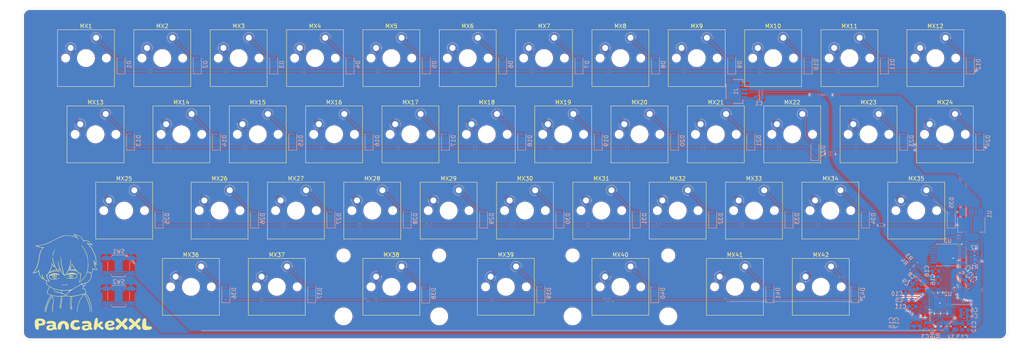
<source format=kicad_pcb>
(kicad_pcb (version 20240108) (generator "pcbnew") (generator_version "8.0")
  (layers (0 "F.Cu" signal) (31 "B.Cu" signal) (34 "B.Paste" user) (35 "F.Paste" user) (36 "B.SilkS" user "B.Silkscreen") (37 "F.SilkS" user "F.Silkscreen") (38 "B.Mask" user) (39 "F.Mask" user) (44 "Edge.Cuts" user))
  (net 0 "")
  (net 1 "Net-(D1-A)")
  (net 2 "Row0")
  (net 3 "Net-(D2-A)")
  (net 4 "Net-(D3-A)")
  (net 5 "Net-(D4-A)")
  (net 6 "Net-(D5-A)")
  (net 7 "Net-(D6-A)")
  (net 8 "Net-(D7-A)")
  (net 9 "Net-(D8-A)")
  (net 10 "Net-(D9-A)")
  (net 11 "Net-(D10-A)")
  (net 12 "Net-(D11-A)")
  (net 13 "Net-(D12-A)")
  (net 14 "Net-(D13-A)")
  (net 15 "Row1")
  (net 16 "Net-(D14-A)")
  (net 17 "Net-(D15-A)")
  (net 18 "Net-(D16-A)")
  (net 19 "Net-(D17-A)")
  (net 20 "Net-(D18-A)")
  (net 21 "Net-(D19-A)")
  (net 22 "Net-(D20-A)")
  (net 23 "Net-(D21-A)")
  (net 24 "Net-(D22-A)")
  (net 25 "Net-(D23-A)")
  (net 26 "Net-(D24-A)")
  (net 27 "Net-(D25-A)")
  (net 28 "Row2")
  (net 29 "Net-(D26-A)")
  (net 30 "Net-(D27-A)")
  (net 31 "Net-(D28-A)")
  (net 32 "Net-(D29-A)")
  (net 33 "Net-(D30-A)")
  (net 34 "Net-(D31-A)")
  (net 35 "Net-(D32-A)")
  (net 36 "Net-(D33-A)")
  (net 37 "Net-(D34-A)")
  (net 38 "Net-(D35-A)")
  (net 39 "Net-(D36-A)")
  (net 40 "Row3")
  (net 41 "Net-(D37-A)")
  (net 42 "Net-(D38-A)")
  (net 43 "Net-(D39-A)")
  (net 44 "Net-(D40-A)")
  (net 45 "Net-(D41-A)")
  (net 46 "Net-(D42-A)")
  (net 47 "Col0")
  (net 48 "Col1")
  (net 49 "Col2")
  (net 50 "Col3")
  (net 51 "Col4")
  (net 52 "Col5")
  (net 53 "Col6")
  (net 54 "Col7")
  (net 55 "Col8")
  (net 56 "Col9")
  (net 57 "Col10")
  (net 58 "Col11")
  (net 59 "GND")
  (net 60 "D-")
  (net 61 "D+")
  (net 62 "VBUS")
  (net 63 "+3V3")
  (net 64 "XIN")
  (net 65 "Net-(C13-Pad2)")
  (net 66 "+1V1")
  (net 67 "/QSPI_SS")
  (net 68 "Net-(R2-Pad1)")
  (net 69 "Net-(U2-USB_DP)")
  (net 70 "Net-(U2-USB_DM)")
  (net 71 "Net-(U2-RUN)")
  (net 72 "XOUT")
  (net 76 "/QSPI_SD0")
  (net 81 "/QSPI_SD3")
  (net 84 "/QSPI_SD1")
  (net 85 "/QSPI_SD2")
  (net 89 "/QSPI_SCLK")
  (footprint "ScottoKeebs_MX:MX_PCB_1.00u" (layer "F.Cu") (at 101.44125 52.943125)
    (property "Reference" "MX16")
    (property "Value" "MX-NoLED")
  )
  (footprint "ScottoKeebs_MX:MX_PCB_1.00u" (layer "F.Cu") (at 187.16625 71.993125)
    (property "Reference" "MX32")
    (property "Value" "MX-NoLED")
  )
  (footprint "ScottoKeebs_MX:MX_PCB_1.25u" (layer "F.Cu") (at 251.46 33.893125)
    (property "Reference" "MX12")
    (property "Value" "MX-NoLED")
  )
  (footprint "ScottoKeebs_MX:MX_PCB_1.00u" (layer "F.Cu") (at 134.77875 33.893125)
    (property "Reference" "MX6")
    (property "Value" "MX-NoLED")
  )
  (footprint "ScottoKeebs_MX:MX_PCB_1.00u" (layer "F.Cu") (at 91.91625 71.993125)
    (property "Reference" "MX27")
    (property "Value" "MX-NoLED")
  )
  (footprint "ScottoKeebs_MX:MX_PCB_1.25u" (layer "F.Cu") (at 246.6975 71.993125)
    (property "Reference" "MX35")
    (property "Value" "MX-NoLED")
  )
  (footprint "PCM_Mounting_Keyboard_Stabilizer:Stabilizer_Cherry_MX_2.00u" (layer "F.Cu") (at 115.72875 90.188175)
    (property "Reference" "REF**" (hide yes))
    (property "Value" "Stabilizer_Cherry_MX_2.00u")
  )
  (footprint "ScottoKeebs_MX:MX_PCB_2.00u" (layer "F.Cu") (at 115.72875 91.043125)
    (property "Reference" "MX38")
    (property "Value" "MX-NoLED")
  )
  (footprint "ScottoKeebs_MX:MX_PCB_1.00u" (layer "F.Cu") (at 110.96625 71.993125)
    (property "Reference" "MX28")
    (property "Value" "MX-NoLED")
  )
  (footprint "ScottoKeebs_MX:MX_PCB_2.00u" (layer "F.Cu") (at 172.87875 91.043125)
    (property "Reference" "MX40")
    (property "Value" "MX-NoLED")
  )
  (footprint "ScottoKeebs_MX:MX_PCB_1.00u" (layer "F.Cu") (at 39.52875 33.893125)
    (property "Reference" "MX1")
    (property "Value" "MX-NoLED")
  )
  (footprint "ScottoKeebs_MX:MX_PCB_1.00u" (layer "F.Cu") (at 168.11625 71.993125)
    (property "Reference" "MX31")
    (property "Value" "MX-NoLED")
  )
  (footprint "ScottoKeebs_MX:MX_PCB_1.25u" (layer "F.Cu") (at 65.7225 91.043125)
    (property "Reference" "MX36")
    (property "Value" "MX-NoLED")
  )
  (footprint "ScottoKeebs_MX:MX_PCB_1.25u" (layer "F.Cu") (at 222.885 91.043125)
    (property "Reference" "MX42")
    (property "Value" "MX-NoLED")
  )
  (footprint "ScottoKeebs_MX:MX_PCB_1.00u" (layer "F.Cu") (at 72.86625 71.993125)
    (property "Reference" "MX26")
    (property "Value" "MX-NoLED")
  )
  (footprint "ScottoKeebs_MX:MX_PCB_1.00u" (layer "F.Cu") (at 225.26625 71.993125)
    (property "Reference" "MX34")
    (property "Value" "MX-NoLED")
  )
  (footprint "ScottoKeebs_MX:MX_PCB_1.00u" (layer "F.Cu") (at 87.15375 91.043125)
    (property "Reference" "MX37")
    (property "Value" "MX-NoLED")
  )
  (footprint "ScottoKeebs_MX:MX_PCB_1.00u" (layer "F.Cu") (at 210.97875 33.893125)
    (property "Reference" "MX10")
    (property "Value" "MX-NoLED")
  )
  (footprint "ScottoKeebs_MX:MX_PCB_1.00u" (layer "F.Cu") (at 177.64125 52.943125)
    (property "Reference" "MX20")
    (property "Value" "MX-NoLED")
  )
  (footprint "LOGO" (layer "F.Cu") (at 35.016139 87.299931)
    (property "Reference" "G***" (hide yes))
    (property "Value" "LOGO" (hide yes))
  )
  (footprint "ScottoKeebs_MX:MX_PCB_1.00u" (layer "F.Cu") (at 149.06625 71.993125)
    (property "Reference" "MX30")
    (property "Value" "MX-NoLED")
  )
  (footprint "ScottoKeebs_MX:MX_PCB_1.00u" (layer "F.Cu") (at 234.79125 52.943125)
    (property "Reference" "MX23")
    (property "Value" "MX-NoLED")
  )
  (footprint "ScottoKeebs_MX:MX_PCB_1.25u" (layer "F.Cu") (at 41.91 52.943125)
    (property "Reference" "MX13")
    (property "Value" "MX-NoLED")
  )
  (footprint "ScottoKeebs_MX:MX_PCB_1.00u" (layer "F.Cu") (at 58.57875 33.893125)
    (property "Reference" "MX2")
    (property "Value" "MX-NoLED")
  )
  (footprint "ScottoKeebs_MX:MX_PCB_1.00u" (layer "F.Cu") (at 139.54125 52.943125)
    (property "Reference" "MX18")
    (property "Value" "MX-NoLED")
  )
  (footprint "ScottoKeebs_MX:MX_PCB_1.00u" (layer "F.Cu") (at 253.84125 52.943125)
    (property "Reference" "MX24")
    (property "Value" "MX-NoLED")
  )
  (footprint "ScottoKeebs_MX:MX_PCB_1.00u" (layer "F.Cu") (at 153.82875 33.893125)
    (property "Reference" "MX7")
    (property "Value" "MX-NoLED")
  )
  (footprint "ScottoKeebs_MX:MX_PCB_1.00u" (layer "F.Cu") (at 115.72875 33.893125)
    (property "Reference" "MX5")
    (property "Value" "MX-NoLED")
  )
  (footprint "ScottoKeebs_MX:MX_PCB_1.00u" (layer "F.Cu") (at 206.21625 71.993125)
    (property "Reference" "MX33")
    (property "Value" "MX-NoLED")
  )
  (footprint "ScottoKeebs_MX:MX_PCB_1.00u" (layer "F.Cu") (at 96.67875 33.893125)
    (property "Reference" "MX4")
    (property "Value" "MX-NoLED")
  )
  (footprint "LOGO" (layer "F.Cu") (at 41.33125 100.375)
    (property "Reference" "G***" (hide yes))
    (property "Value" "LOGO" (hide yes))
  )
  (footprint "ScottoKeebs_MX:MX_PCB_1.00u" (layer "F.Cu") (at 230.02875 33.893125)
    (property "Reference" "MX11")
    (property "Value" "MX-NoLED")
  )
  (footprint "ScottoKeebs_MX:MX_PCB_1.00u" (layer "F.Cu") (at 191.92875 33.893125)
    (property "Reference" "MX9")
    (property "Value" "MX-NoLED")
  )
  (footprint "ScottoKeebs_MX:MX_PCB_1.00u" (layer "F.Cu") (at 158.59125 52.943125)
    (property "Reference" "MX19")
    (property "Value" "MX-NoLED")
  )
  (footprint "ScottoKeebs_MX:MX_PCB_1.00u" (layer "F.Cu") (at 63.34125 52.943125)
    (property "Reference" "MX14")
    (property "Value" "MX-NoLED")
  )
  (footprint "ScottoKeebs_MX:MX_PCB_1.00u" (layer "F.Cu") (at 144.30375 91.043125)
    (property "Reference" "MX39")
    (property "Value" "MX-NoLED")
  )
  (footprint "ScottoKeebs_MX:MX_PCB_1.00u" (layer "F.Cu") (at 120.49125 52.943125)
    (property "Reference" "MX17")
    (property "Value" "MX-NoLED")
  )
  (footprint "PCM_Mounting_Keyboard_Stabilizer:Stabilizer_Cherry_MX_2.00u" (layer "F.Cu") (at 172.87875 90.188175)
    (property "Reference" "REF**" (hide yes))
    (property "Value" "Stabilizer_Cherry_MX_2.00u")
  )
  (footprint "ScottoKeebs_MX:MX_PCB_1.00u" (layer "F.Cu") (at 215.74125 52.943125)
    (property "Reference" "MX22")
    (property "Value" "MX-NoLED")
  )
  (footprint "ScottoKeebs_MX:MX_PCB_1.00u" (layer "F.Cu") (at 201.45375 91.043125)
    (property "Reference" "MX41")
    (property "Value" "MX-NoLED")
  )
  (footprint "ScottoKeebs_MX:MX_PCB_1.00u" (layer "F.Cu") (at 196.69125 52.943125)
    (property "Reference" "MX21")
    (property "Value" "MX-NoLED")
  )
  (footprint "ScottoKeebs_MX:MX_PCB_1.00u" (layer "F.Cu") (at 172.87875 33.893125)
    (property "Reference" "MX8")
    (property "Value" "MX-NoLED")
  )
  (footprint "ScottoKeebs_MX:MX_PCB_1.00u" (layer "F.Cu") (at 130.01625 71.993125)
    (property "Reference" "MX29")
    (property "Value" "MX-NoLED")
  )
  (footprint "ScottoKeebs_MX:MX_PCB_1.00u" (layer "F.Cu") (at 77.62875 33.893125)
    (property "Reference" "MX3")
    (property "Value" "MX-NoLED")
  )
  (footprint "ScottoKeebs_MX:MX_PCB_1.00u" (layer "F.Cu") (at 82.39125 52.943125)
    (property "Reference" "MX15")
    (property "Value" "MX-NoLED")
  )
  (footprint "ScottoKeebs_MX:MX_PCB_1.50u" (layer "F.Cu") (at 49.05375 71.993125)
    (property "Reference" "MX25")
    (property "Value" "MX-NoLED")
  )
  (footprint "Diode_SMD:D_SOD-123" (layer "B.Cu") (at 124.30125 92.71 90)
    (property "Reference" "D38")
    (property "Value" "D_Small")
  )
  (footprint "Capacitor_SMD:C_0603_1608Metric" (layer "B.Cu") (at 251.53125 87.075)
    (property "Reference" "C18")
    (property "Value" "1u")
  )
  (footprint "Capacitor_SMD:C_0603_1608Metric" (layer "B.Cu") (at 259.68125 101.025 90)
    (property "Reference" "C12")
    (property "Value" "15p")
  )
  (footprint "Diode_SMD:D_SOD-123" (layer "B.Cu") (at 91.1225 54.530625 90)
    (property "Reference" "D15")
    (property "Value" "D_Small")
  )
  (footprint "Diode_SMD:D_SOD-123" (layer "B.Cu") (at 219.71 35.480625 90)
    (property "Reference" "D10")
    (property "Value" "D_Small")
  )
  (footprint "Button_Switch_SMD:SW_SPST_SKQG_WithStem" (layer "B.Cu") (at 47.68125 85.8 180)
    (property "Reference" "SW1")
    (property "Value" "Reset")
  )
  (footprint "Diode_SMD:D_SOD-123" (layer "B.Cu") (at 157.7975 73.9775 90)
    (property "Reference" "D30")
    (property "Value" "D_Small")
  )
  (footprint "Diode_SMD:D_SOD-123" (layer "B.Cu") (at 181.61 35.480625 90)
    (property "Reference" "D8")
    (property "Value" "D_Small")
  )
  (footprint "Diode_SMD:D_SOD-123" (layer "B.Cu") (at 95.885 92.630625 90)
    (property "Reference" "D37")
    (property "Value" "D_Small")
  )
  (footprint "Diode_SMD:D_SOD-123" (layer "B.Cu") (at 48.26 35.480625 90)
    (property "Reference" "D1")
    (property "Value" "D_Small")
  )
  (footprint "Diode_SMD:D_SOD-123" (layer "B.Cu") (at 214.9475 73.9775 90)
    (property "Reference" "D33")
    (property "Value" "D_Small")
  )
  (footprint "Capacitor_SMD:C_0603_1608Metric" (layer "B.Cu") (at 257.106896 88.900646 -135)
    (property "Reference" "C14")
    (property "Value" "100n")
  )
  (footprint "Diode_SMD:D_SOD-123" (layer "B.Cu") (at 221.43125 57.075 90)
    (property "Reference" "D22")
    (property "Value" "D_Small")
  )
  (footprint "Diode_SMD:D_SOD-123" (layer "B.Cu") (at 262.5725 54.530625 90)
    (property "Reference" "D24")
    (property "Value" "D_Small")
  )
  (footprint "Resistor_SMD:R_0603_1608Metric" (layer "B.Cu") (at 250.68125 100.775 90)
    (property "Reference" "R5")
    (property "Value" "1k")
  )
  (footprint "Diode_SMD:D_SOD-123" (layer "B.Cu") (at 255.42875 73.9775 90)
    (property "Reference" "D35")
    (property "Value" "D_Small")
  )
  (footprint "Diode_SMD:D_SOD-123" (layer "B.Cu") (at 162.56 35.480625 90)
    (property "Reference" "D7")
    (property "Value" "D_Small")
  )
  (footprint "Diode_SMD:D_SOD-123" (layer "B.Cu") (at 138.7475 73.9775 90)
    (property "Reference" "D29")
    (property "Value" "D_Small")
  )
  (footprint "Resistor_SMD:R_0603_1608Metric" (layer "B.Cu") (at 246.58125 85.325 -45)
    (property "Reference" "R3")
    (property "Value" "27.4")
  )
  (footprint "Capacitor_SMD:C_0603_1608Metric" (layer "B.Cu") (at 245.73125 95.975)
    (property "Reference" "C11")
    (property "Value" "100n")
  )
  (footprint "Diode_SMD:D_SOD-123" (layer "B.Cu") (at 176.8475 73.9775 90)
    (property "Reference" "D31")
    (property "Value" "D_Small")
  )
  (footprint "Diode_SMD:D_SOD-123" (layer "B.Cu") (at 153.035 92.630625 90)
    (property "Reference" "D39")
    (property "Value" "D_Small")
  )
  (footprint "Diode_SMD:D_SOD-123" (layer "B.Cu") (at 238.76 35.480625 90)
    (property "Reference" "D11")
    (property "Value" "D_Small")
  )
  (footprint "AMB8-727-T3:ABM8-272-T3_ABR" (layer "B.Cu") (at 255.30825 100.925 -90)
    (property "Reference" "Y1")
    (property "Value" "ABM8-272-T3")
  )
  (footprint "Diode_SMD:D_SOD-123" (layer "B.Cu") (at 200.66 35.480625 90)
    (property "Reference" "D9")
    (property "Value" "D_Small")
  )
  (footprint "Capacitor_SMD:C_0603_1608Metric" (layer "B.Cu") (at 246.43125 90.975 -45)
    (property "Reference" "C9")
    (property "Value" "100n")
  )
  (footprint "Diode_SMD:D_SOD-123" (layer "B.Cu") (at 100.6475 73.9775 90)
    (property "Reference" "D27")
    (property "Value" "D_Small")
  )
  (footprint "Diode_SMD:D_SOD-123" (layer "B.Cu") (at 233.9975 73.9775 90)
    (property "Reference" "D34")
    (property "Value" "D_Small")
  )
  (footprint "Diode_SMD:D_SOD-123" (layer "B.Cu") (at 205.4225 54.530625 90)
    (property "Reference" "D21")
    (property "Value" "D_Small")
  )
  (footprint "Diode_SMD:D_SOD-123" (layer "B.Cu") (at 186.3725 54.530625 90)
    (property "Reference" "D20")
    (property "Value" "D_Small")
  )
  (footprint "Capacitor_SMD:C_0603_1608Metric" (layer "B.Cu") (at 258.18125 101.025 -90)
    (property "Reference" "C13")
    (property "Value" "15p")
  )
  (footprint "Capacitor_SMD:C_0603_1608Metric" (layer "B.Cu") (at 249.18125 100.775 90)
    (property "Reference" "C3")
    (property "Value" "100n")
  )
  (footprint "Diode_SMD:D_SOD-123" (layer "B.Cu") (at 74.45375 92.630625 90)
    (property "Reference" "D36")
    (property "Value" "D_Small")
  )
  (footprint "Capacitor_SMD:C_0603_1608Metric" (layer "B.Cu") (at 258.63125 98.399998 180)
    (property "Reference" "C4")
    (property "Value" "100n")
  )
  (footprint "Resistor_SMD:R_0603_1608Metric" (layer "B.Cu") (at 261.23125 82.675 180)
    (property "Reference" "R2")
    (property "Value" "1K")
  )
  (footprint "Diode_SMD:D_SOD-123" (layer "B.Cu") (at 105.41 35.480625 90)
    (property "Reference" "D4")
    (property "Value" "D_Small")
  )
  (footprint "Capacitor_SMD:C_0603_1608Metric" (layer "B.Cu") (at 258.63125 96.875 180)
    (property "Reference" "C6")
    (property "Value" "100n")
  )
  (footprint "Package_TO_SOT_SMD:SOT-223-3_TabPin2" (layer "B.Cu") (at 260.43125 75.475001 -90)
    (property "Reference" "U1")
    (property "Value" "XC6206PxxxMR")
  )
  (footprint "Button_Switch_SMD:SW_SPST_SKQG_WithStem" (layer "B.Cu") (at 47.68125 93.35 180)
    (property "Reference" "SW2")
    (property "Value" "Boot")
  )
  (footprint "Capacitor_SMD:C_0603_1608Metric" (layer "B.Cu") (at 247.631251 100.025 90)
    (property "Reference" "C17")
    (property "Value" "100n")
  )
  (footprint "Package_DFN_QFN:QFN-56-1EP_7x7mm_P0.4mm_EP3.2x3.2mm" (layer "B.Cu") (at 252.59375 95.075 180)
    (property "Reference" "U2")
    (property "Value" "RP2040")
  )
  (footprint "Resistor_SMD:R_0603_1608Metric" (layer "B.Cu") (at 245.53125 86.375 -45)
    (property "Reference" "R4")
    (property "Value" "27.4")
  )
  (footprint "Diode_SMD:D_SOD-123" (layer "B.Cu") (at 195.8975 73.9775 90)
    (property "Reference" "D32")
    (property "Value" "D_Small")
  )
  (footprint "Resistor_SMD:R_0603_1608Metric" (layer "B.Cu") (at 261.23125 84.65)
    (property "Reference" "R1")
    (property "Value" "DNF")
  )
  (footprint "Capacitor_SMD:C_0603_1608Metric" (layer "B.Cu") (at 244.83125 94.305635)
    (property "Reference" "C5")
    (property "Value" "100n")
  )
  (footprint "Diode_SMD:D_SOD-123" (layer "B.Cu") (at 72.0725 54.530625 90)
    (property "Reference" "D14")
    (property "Value" "D_Small")
  )
  (footprint "Resistor_SMD:R_0603_1608Metric" (layer "B.Cu") (at 252.18125 100.925 90)
    (property "Reference" "R6")
    (property "Value" "1k")
  )
  (footprint "Capacitor_SMD:C_0603_1608Metric" (layer "B.Cu") (at 247.43125 89.825 -45)
    (property "Reference" "C8")
    (property "Value" "100n")
  )
  (footprint "Diode_SMD:D_SOD-123" (layer "B.Cu") (at 260.19125 35.480625 90)
    (property "Reference" "D12")
    (property "Value" "D_Small")
  )
  (footprint "Diode_SMD:D_SOD-123" (layer "B.Cu") (at 210.185 92.630625 90)
    (property "Reference" "D41")
    (property "Value" "D_Small")
  )
  (footprint "Diode_SMD:D_SOD-123" (layer "B.Cu") (at 86.36 35.480625 90)
    (property "Reference" "D3")
    (property "Value" "D_Small")
  )
  (footprint "Capacitor_SMD:C_0603_1608Metric" (layer "B.Cu") (at 258.185234 89.978984 -135)
    (property "Reference" "C2")
    (property "Value" "10u")
  )
  (footprint "Capacitor_SMD:C_0603_1608Metric" (layer "B.Cu") (at 246.08125 100.025 90)
    (property "Reference" "C15")
    (property "Value" "100n")
  )
  (footprint "Diode_SMD:D_SOD-123" (layer "B.Cu") (at 129.2225 54.530625 90)
    (property "Reference" "D17")
    (property "Value" "D_Small")
  )
  (footprint "Capacitor_SMD:C_0603_1608Metric" (layer "B.Cu") (at 244.83125 92.75)
    (property "Reference" "C10")
    (property "Value" "1u")
  )
  (footprint "Diode_SMD:D_SOD-123" (layer "B.Cu") (at 57.785 73.9775 90)
    (property "Reference" "D25")
    (property "Value" "D_Small")
  )
  (footprint "Diode_SMD:D_SOD-123" (layer "B.Cu") (at 110.1725 54.530625 90)
    (property "Reference" "D16")
    (property "Value" "D_Small")
  )
  (footprint "Diode_SMD:D_SOD-123" (layer "B.Cu") (at 231.36225 92.630625 90)
    (property "Reference" "D42")
    (property "Value" "D_Small")
  )
  (footprint "Diode_SMD:D_SOD-123" (layer "B.Cu") (at 181.45125 92.630625 90)
    (property "Reference" "D40")
    (property "Value" "D_Small")
  )
  (footprint "Diode_SMD:D_SOD-123" (layer "B.Cu") (at 67.31 35.480625 90)
    (property "Reference" "D2")
    (property "Value" "D_Small")
  )
  (footprint "Package_SO:SOIC-8_5.23x5.23mm_P1.27mm" (layer "B.Cu") (at 254.53125 83.075 180)
    (property "Reference" "U3")
    (property "Value" "W25Q128JVS")
  )
  (footprint "Diode_SMD:D_SOD-123" (layer "B.Cu") (at 50.64125 54.530625 90)
    (property "Reference" "D13")
    (property "Value" "D_Small")
  )
  (footprint "Capacitor_SMD:C_0603_1608Metric" (layer "B.Cu") (at 207.40625 43.725 180)
    (property "Reference" "C1")
    (property "Value" "10uF")
  )
  (footprint "Capacitor_SMD:C_0603_1608Metric" (layer "B.Cu") (at 259.28125 91.075 -135)
    (property "Reference" "C7")
    (property "Value" "100n")
  )
  (footprint "Diode_SMD:D_SOD-123" (layer "B.Cu") (at 81.5975 73.9775 90)
    (property "Reference" "D26")
    (property "Value" "D_Small")
  )
  (footprint "Diode_SMD:D_SOD-123" (layer "B.Cu") (at 124.46 35.480625 90)
    (property "Reference" "D5")
    (property "Value" "D_Small")
  )
  (footprint "random-keyboard-parts.pretty-master:JST-SR-4" (layer "B.Cu") (at 199.03125 42.225 90)
    (property "Reference" "J1")
    (property "Value" "Conn_01x04")
  )
  (footprint "Diode_SMD:D_SOD-123" (layer "B.Cu") (at 148.2725 54.530625 90)
    (property "Reference" "D18")
    (property "Value" "D_Small")
  )
  (footprint "Diode_SMD:D_SOD-123" (layer "B.Cu") (at 119.6975 73.9775 90)
    (property "Reference" "D28")
    (property "Value" "D_Small")
  )
  (footprint "Diode_SMD:D_SOD-123" (layer "B.Cu") (at 243.5225 54.530625 90)
    (property "Reference" "D23")
    (property "Value" "D_Small")
  )
  (footprint "Diode_SMD:D_SOD-123" (layer "B.Cu") (at 167.3225 54.530625 90)
    (property "Reference" "D19")
    (property "Value" "D_Small")
  )
  (footprint "Capacitor_SMD:C_0603_1608Metric" (layer "B.Cu") (at 252.18125 89.325 -90)
    (property "Reference" "C16")
    (property "Value" "100n")
  )
  (footprint "Diode_SMD:D_SOD-123" (layer "B.Cu") (at 143.51 35.480625 90)
    (property "Reference" "D6")
    (property "Value" "D_Small")
  )
  (gr_line (start 269.58125 23.375) (end 269.58125 102.375) (stroke (width 0.05)) (layer "Edge.Cuts"))
  (gr_line (start 23.58125 23.375) (end 23.58125 102.375) (stroke (width 0.05)) (layer "Edge.Cuts"))
  (gr_arc (start 23.58125 23.375) (mid 24.167036 21.960786) (end 25.58125 21.375) (stroke (width 0.05)) (layer "Edge.Cuts"))
  (gr_line (start 267.58125 21.375) (end 25.58125 21.375) (stroke (width 0.05)) (layer "Edge.Cuts"))
  (gr_line (start 25.58125 104.375) (end 267.58125 104.375) (stroke (width 0.05)) (layer "Edge.Cuts"))
  (gr_arc (start 267.58125 21.375) (mid 268.995464 21.960786) (end 269.58125 23.375) (stroke (width 0.05)) (layer "Edge.Cuts"))
  (gr_arc (start 269.58125 102.375) (mid 268.995464 103.789214) (end 267.58125 104.375) (stroke (width 0.05)) (layer "Edge.Cuts"))
  (gr_arc (start 25.58125 104.375) (mid 24.167036 103.789214) (end 23.58125 102.375) (stroke (width 0.05)) (layer "Edge.Cuts"))
  (segment (start 47.08625 33.830625) (end 48.26 33.830625) (width 0.635) (layer "B.Cu") (net 1))
  (segment (start 42.06875 28.813125) (end 47.08625 33.830625) (width 0.635) (layer "B.Cu") (net 1))
  (segment (start 264.42015 90.4361) (end 264.42015 39.9639) (width 0.1778) (layer "F.Cu") (net 2))
  (segment (start 260.33125 94.525) (end 264.42015 90.4361) (width 0.1778) (layer "F.Cu") (net 2))
  (segment (start 264.42015 39.9639) (end 261.58125 37.125) (width 0.1778) (layer "F.Cu") (net 2))
  (via (at 260.33125 94.525) (size 0.6) (drill 0.3) (layers "F.Cu" "B.Cu") (net 2))
  (via (at 261.58125 37.125) (size 0.6) (drill 0.3) (layers "F.Cu" "B.Cu") (net 2))
  (segment (start 67.31 37.130625) (end 48.26 37.130625) (width 0.635) (layer "B.Cu") (net 2))
  (segment (start 200.66 37.130625) (end 181.61 37.130625) (width 0.635) (layer "B.Cu") (net 2))
  (segment (start 259.58125 95.275) (end 260.33125 94.525) (width 0.1778) (layer "B.Cu") (net 2))
  (segment (start 238.76 37.130625) (end 219.71 37.130625) (width 0.635) (layer "B.Cu") (net 2))
  (segment (start 143.51 37.130625) (end 124.46 37.130625) (width 0.635) (layer "B.Cu") (net 2))
  (segment (start 256.03125 95.275) (end 259.58125 95.275) (width 0.1778) (layer "B.Cu") (net 2))
  (segment (start 86.36 37.130625) (end 67.31 37.130625) (width 0.635) (layer "B.Cu") (net 2))
  (segment (start 124.46 37.130625) (end 105.41 37.130625) (width 0.635) (layer "B.Cu") (net 2))
  (segment (start 260.196875 37.125) (end 260.19125 37.130625) (width 0.1778) (layer "B.Cu") (net 2))
  (segment (start 261.58125 37.125) (end 260.196875 37.125) (width 0.1778) (layer "B.Cu") (net 2))
  (segment (start 219.71 37.130625) (end 200.66 37.130625) (width 0.635) (layer "B.Cu") (net 2))
  (segment (start 162.56 37.130625) (end 143.51 37.130625) (width 0.635) (layer "B.Cu") (net 2))
  (segment (start 162.56 37.130625) (end 181.61 37.130625) (width 0.635) (layer "B.Cu") (net 2))
  (segment (start 238.76 37.130625) (end 260.19125 37.130625) (width 0.635) (layer "B.Cu") (net 2))
  (segment (start 105.41 37.130625) (end 86.36 37.130625) (width 0.635) (layer "B.Cu") (net 2))
  (segment (start 61.11875 28.813125) (end 66.13625 33.830625) (width 0.635) (layer "B.Cu") (net 3))
  (segment (start 66.13625 33.830625) (end 67.31 33.830625) (width 0.635) (layer "B.Cu") (net 3))
  (segment (start 85.18625 33.830625) (end 86.36 33.830625) (width 0.635) (layer "B.Cu") (net 4))
  (segment (start 80.16875 28.813125) (end 85.18625 33.830625) (width 0.635) (layer "B.Cu") (net 4))
  (segment (start 99.21875 28.813125) (end 104.23625 33.830625) (width 0.635) (layer "B.Cu") (net 5))
  (segment (start 104.23625 33.830625) (end 105.41 33.830625) (width 0.635) (layer "B.Cu") (net 5))
  (segment (start 118.26875 28.813125) (end 123.28625 33.830625) (width 0.635) (layer "B.Cu") (net 6))
  (segment (start 123.28625 33.830625) (end 124.46 33.830625) (width 0.635) (layer "B.Cu") (net 6))
  (segment (start 137.31875 28.813125) (end 142.33625 33.830625) (width 0.635) (layer "B.Cu") (net 7))
  (segment (start 142.33625 33.830625) (end 143.51 33.830625) (width 0.635) (layer "B.Cu") (net 7))
  (segment (start 161.38625 33.830625) (end 162.56 33.830625) (width 0.635) (layer "B.Cu") (net 8))
  (segment (start 156.36875 28.813125) (end 161.38625 33.830625) (width 0.635) (layer "B.Cu") (net 8))
  (segment (start 175.41875 28.813125) (end 180.43625 33.830625) (width 0.635) (layer "B.Cu") (net 9))
  (segment (start 180.43625 33.830625) (end 181.61 33.830625) (width 0.635) (layer "B.Cu") (net 9))
  (segment (start 199.48625 33.830625) (end 200.66 33.830625) (width 0.635) (layer "B.Cu") (net 10))
  (segment (start 194.46875 28.813125) (end 199.48625 33.830625) (width 0.635) (layer "B.Cu") (net 10))
  (segment (start 213.51875 28.813125) (end 218.53625 33.830625) (width 0.635) (layer "B.Cu") (net 11))
  (segment (start 218.53625 33.830625) (end 219.71 33.830625) (width 0.635) (layer "B.Cu") (net 11))
  (segment (start 237.58625 33.830625) (end 238.76 33.830625) (width 0.635) (layer "B.Cu") (net 12))
  (segment (start 232.56875 28.813125) (end 237.58625 33.830625) (width 0.635) (layer "B.Cu") (net 12))
  (segment (start 254 28.813125) (end 259.0175 33.830625) (width 0.635) (layer "B.Cu") (net 13))
  (segment (start 259.0175 33.830625) (end 260.19125 33.830625) (width 0.635) (layer "B.Cu") (net 13))
  (segment (start 49.4675 52.880625) (end 44.45 47.863125) (width 0.635) (layer "B.Cu") (net 14))
  (segment (start 50.64125 52.880625) (end 49.4675 52.880625) (width 0.635) (layer "B.Cu") (net 14))
  (segment (start 259.13125 93.775) (end 258.68125 94.225) (width 0.1778) (layer "F.Cu") (net 15))
  (segment (start 223.98125 57.725) (end 226.43125 57.725) (width 0.635) (layer "F.Cu") (net 15))
  (segment (start 259.13125 61.025) (end 259.13125 93.775) (width 0.1778) (layer "F.Cu") (net 15))
  (segment (start 263.93125 56.225) (end 259.13125 61.025) (width 0.1778) (layer "F.Cu") (net 15))
  (segment (start 226.43125 57.725) (end 226.53125 57.825) (width 0.635) (layer "F.Cu") (net 15))
  (via (at 223.98125 57.725) (size 0.6) (drill 0.3) (layers "F.Cu" "B.Cu") (net 15))
  (via (at 226.53125 57.825) (size 0.6) (drill 0.3) (layers "F.Cu" "B.Cu") (net 15))
  (via (at 263.93125 56.225) (size 0.6) (drill 0.3) (layers "F.Cu" "B.Cu") (net 15))
  (via (at 258.68125 94.225) (size 0.6) (drill 0.3) (layers "F.Cu" "B.Cu") (net 15))
  (segment (start 262.578125 56.175) (end 262.5725 56.180625) (width 0.635) (layer "B.Cu") (net 15))
  (segment (start 221.43125 58.725) (end 222.98125 58.725) (width 0.635) (layer "B.Cu") (net 15))
  (segment (start 228.175625 56.180625) (end 243.5225 56.180625) (width 0.635) (layer "B.Cu") (net 15))
  (segment (start 243.5225 56.180625) (end 262.5725 56.180625) (width 0.635) (layer "B.Cu") (net 15))
  (segment (start 262.616875 56.225) (end 262.5725 56.180625) (width 0.1778) (layer "B.Cu") (net 15))
  (segment (start 205.4225 56.180625) (end 218.886875 56.180625) (width 0.635) (layer "B.Cu") (net 15))
  (segment (start 129.2225 56.180625) (end 148.2725 56.180625) (width 0.635) (layer "B.Cu") (net 15))
  (segment (start 148.2725 56.180625) (end 167.3225 56.180625) (width 0.635) (layer "B.Cu") (net 15))
  (segment (start 218.886875 56.180625) (end 221.43125 58.725) (width 0.635) (layer "B.Cu") (net 15))
  (segment (start 167.3225 56.180625) (end 186.3725 56.180625) (width 0.635) (layer "B.Cu") (net 15))
  (segment (start 263.93125 56.225) (end 262.616875 56.225) (width 0.1778) (layer "B.Cu") (net 15))
  (segment (start 91.1225 56.180625) (end 110.1725 56.180625) (width 0.635) (layer "B.Cu") (net 15))
  (segment (start 186.3725 56.180625) (end 205.4225 56.180625) (width 0.635) (layer "B.Cu") (net 15))
  (segment (start 258.431251 94.474999) (end 256.03125 94.474999) (width 0.1778) (layer "B.Cu") (net 15))
  (segment (start 222.98125 58.725) (end 223.98125 57.725) (width 0.635) (layer "B.Cu") (net 15))
  (segment (start 129.2225 56.180625) (end 110.1725 56.180625) (width 0.635) (layer "B.Cu") (net 15))
  (segment (start 50.64125 56.180625) (end 72.0725 56.180625) (width 0.635) (layer "B.Cu") (net 15))
  (segment (start 72.0725 56.180625) (end 91.1225 56.180625) (width 0.635) (layer "B.Cu") (net 15))
  (segment (start 258.68125 94.225) (end 258.431251 94.474999) (width 0.1778) (layer "B.Cu") (net 15))
  (segment (start 226.53125 57.825) (end 228.175625 56.180625) (width 0.635) (layer "B.Cu") (net 15))
  (segment (start 70.89875 52.880625) (end 65.88125 47.863125) (width 0.635) (layer "B.Cu") (net 16))
  (segment (start 72.0725 52.880625) (end 70.89875 52.880625) (width 0.635) (layer "B.Cu") (net 16))
  (segment (start 89.94875 52.880625) (end 84.93125 47.863125) (width 0.635) (layer "B.Cu") (net 17))
  (segment (start 91.1225 52.880625) (end 89.94875 52.880625) (width 0.635) (layer "B.Cu") (net 17))
  (segment (start 110.1725 52.880625) (end 108.99875 52.880625) (width 0.635) (layer "B.Cu") (net 18))
  (segment (start 108.99875 52.880625) (end 103.98125 47.863125) (width 0.635) (layer "B.Cu") (net 18))
  (segment (start 129.2225 52.880625) (end 128.04875 52.880625) (width 0.635) (layer "B.Cu") (net 19))
  (segment (start 128.04875 52.880625) (end 123.03125 47.863125) (width 0.635) (layer "B.Cu") (net 19))
  (segment (start 148.2725 52.880625) (end 147.09875 52.880625) (width 0.635) (layer "B.Cu") (net 20))
  (segment (start 147.09875 52.880625) (end 142.08125 47.863125) (width 0.635) (layer "B.Cu") (net 20))
  (segment (start 161.13125 47.863125) (end 166.14875 52.880625) (width 0.635) (layer "B.Cu") (net 21))
  (segment (start 166.14875 52.880625) (end 167.3225 52.880625) (width 0.635) (layer "B.Cu") (net 21))
  (segment (start 185.19875 52.880625) (end 186.3725 52.880625) (width 0.635) (layer "B.Cu") (net 22))
  (segment (start 180.18125 47.863125) (end 185.19875 52.880625) (width 0.635) (layer "B.Cu") (net 22))
  (segment (start 205.4225 52.880625) (end 204.24875 52.880625) (width 0.635) (layer "B.Cu") (net 23))
  (segment (start 204.24875 52.880625) (end 199.23125 47.863125) (width 0.635) (layer "B.Cu") (net 23))
  (segment (start 220.83125 55.425) (end 218.98125 53.575) (width 0.635) (layer "B.Cu") (net 24))
  (segment (start 221.43125 55.425) (end 220.83125 55.425) (width 0.635) (layer "B.Cu") (net 24))
  (segment (start 218.98125 53.575) (end 218.98125 48.563125) (width 0.635) (layer "B.Cu") (net 24))
  (segment (start 218.98125 48.563125) (end 218.28125 47.863125) (width 0.635) (layer "B.Cu") (net 24))
  (segment (start 237.33125 47.863125) (end 242.34875 52.880625) (width 0.635) (layer "B.Cu") (net 25))
  (segment (start 242.34875 52.880625) (end 243.5225 52.880625) (width 0.635) (layer "B.Cu") (net 25))
  (segment (start 261.39875 52.880625) (end 262.5725 52.880625) (width 0.635) (layer "B.Cu") (net 26))
  (segment (start 256.38125 47.863125) (end 261.39875 52.880625) (width 0.635) (layer "B.Cu") (net 26))
  (segment (start 57.785 72.3275) (end 57.008125 72.3275) (width 0.635) (layer "B.Cu") (net 27))
  (segment (start 57.008125 72.3275) (end 51.59375 66.913125) (width 0.635) (layer "B.Cu") (net 27))
  (segment (start 256.88125 75.6275) (end 256.88125 92.9639) (width 0.1778) (layer "F.Cu") (net 28))
  (segment (start 237.08125 75.625) (end 238.73125 75.625) (width 0.635) (layer "F.Cu") (net 28))
  (via (at 237.08125 75.625) (size 0.6) (drill 0.3) (layers "F.Cu" "B.Cu") (net 28))
  (via (at 238.73125 75.625) (size 0.6) (drill 0.3) (layers "F.Cu" "B.Cu") (net 28))
  (via (at 256.88125 75.6275) (size 0.6) (drill 0.3) (layers "F.Cu" "B.Cu") (net 28))
  (via (at 256.88125 92.9639) (size 0.6) (drill 0.3) (layers "F.Cu" "B.Cu") (net 28))
  (segment (start 238.73125 75.625) (end 238.73375 75.6275) (width 0.635) (layer "B.Cu") (net 28))
  (segment (start 57.785 75.6275) (end 81.5975 75.6275) (width 0.635) (layer "B.Cu") (net 28))
  (segment (start 176.8475 75.6275) (end 157.7975 75.6275) (width 0.635) (layer "B.Cu") (net 28))
  (segment (start 100.6475 75.6275) (end 81.5975 75.6275) (width 0.635) (layer "B.Cu") (net 28))
  (segment (start 157.7975 75.6275) (end 138.7475 75.6275) (width 0.635) (layer "B.Cu") (net 28))
  (segment (start 214.9475 75.6275) (end 195.8975 75.6275) (width 0.635) (layer "B.Cu") (net 28))
  (segment (start 256.88125 92.9639) (end 256.88125 93.2625) (width 0.1778) (layer "B.Cu") (net 28))
  (segment (start 256.46875 93.675) (end 256.03125 93.675) (width 0.1778) (layer "B.Cu") (net 28))
  (segment (start 195.8975 75.6275) (end 176.8475 75.6275) (width 0.635) (layer "B.Cu") (net 28))
  (segment (start 119.6975 75.6275) (end 138.7475 75.6275) (width 0.635) (layer "B.Cu") (net 28))
  (segment (start 237.07875 75.6275) (end 237.08125 75.625) (width 0.635) (layer "B.Cu") (net 28))
  (segment (start 256.88125 93.2625) (end 256.46875 93.675) (width 0.1778) (layer "B.Cu") (net 28))
  (segment (start 256.88125 75.6275) (end 255.42875 75.6275) (width 0.1778) (layer "B.Cu") (net 28))
  (segment (start 233.9975 75.6275) (end 237.07875 75.6275) (width 0.635) (layer "B.Cu") (net 28))
  (segment (start 233.9975 75.6275) (end 214.9475 75.6275) (width 0.635) (layer "B.Cu") (net 28))
  (segment (start 119.6975 75.6275) (end 100.6475 75.6275) (width 0.635) (layer "B.Cu") (net 28))
  (segment (start 238.73375 75.6275) (end 255.42875 75.6275) (width 0.635) (layer "B.Cu") (net 28))
  (segment (start 81.5975 72.3275) (end 80.820625 72.3275) (width 0.635) (layer "B.Cu") (net 29))
  (segment (start 80.820625 72.3275) (end 75.40625 66.913125) (width 0.635) (layer "B.Cu") (net 29))
  (segment (start 99.870625 72.3275) (end 94.45625 66.913125) (width 0.635) (layer "B.Cu") (net 30))
  (segment (start 100.6475 72.3275) (end 99.870625 72.3275) (width 0.635) (layer "B.Cu") (net 30))
  (segment (start 118.920625 72.3275) (end 113.50625 66.913125) (width 0.635) (layer "B.Cu") (net 31))
  (segment (start 119.6975 72.3275) (end 118.920625 72.3275) (width 0.635) (layer "B.Cu") (net 31))
  (segment (start 137.970625 72.3275) (end 132.55625 66.913125) (width 0.635) (layer "B.Cu") (net 32))
  (segment (start 138.7475 72.3275) (end 137.970625 72.3275) (width 0.635) (layer "B.Cu") (net 32))
  (segment (start 157.020625 72.3275) (end 151.60625 66.913125) (width 0.635) (layer "B.Cu") (net 33))
  (segment (start 157.7975 72.3275) (end 157.020625 72.3275) (width 0.635) (layer "B.Cu") (net 33))
  (segment (start 176.8475 72.3275) (end 176.070625 72.3275) (width 0.635) (layer "B.Cu") (net 34))
  (segment (start 176.070625 72.3275) (end 170.65625 66.913125) (width 0.635) (layer "B.Cu") (net 34))
  (segment (start 195.8975 72.3275) (end 195.120625 72.3275) (width 0.635) (layer "B.Cu") (net 35))
  (segment (start 195.120625 72.3275) (end 189.70625 66.913125) (width 0.635) (layer "B.Cu") (net 35))
  (segment (start 214.170625 72.3275) (end 208.75625 66.913125) (width 0.635) (layer "B.Cu") (net 36))
  (segment (start 214.9475 72.3275) (end 214.170625 72.3275) (width 0.635) (layer "B.Cu") (net 36))
  (segment (start 233.220625 72.3275) (end 227.80625 66.913125) (width 0.635) (layer "B.Cu") (net 37))
  (segment (start 233.9975 72.3275) (end 233.220625 72.3275) (width 0.635) (layer "B.Cu") (net 37))
  (segment (start 255.42875 72.3275) (end 254.651875 72.3275) (width 0.635) (layer "B.Cu") (net 38))
  (segment (start 254.651875 72.3275) (end 249.2375 66.913125) (width 0.635) (layer "B.Cu") (net 38))
  (segment (start 74.45375 90.980625) (end 73.28 90.980625) (width 0.635) (layer "B.Cu") (net 39))
  (segment (start 73.28 90.980625) (end 68.2625 85.963125) (width 0.635) (layer "B.Cu") (net 39))
  (segment (start 234.179567 92.976683) (end 232.88125 94.275) (width 0.1778) (layer "F.Cu") (net 40))
  (segment (start 248.321491 92.976683) (end 234.179567 92.976683) (width 0.1778) (layer "F.Cu") (net 40))
  (via (at 248.321491 92.976683) (size 0.6) (drill 0.3) (layers "F.Cu" "B.Cu") (net 40))
  (via (at 232.88125 94.275) (size 0.6) (drill 0.3) (layers "F.Cu" "B.Cu") (net 40))
  (segment (start 232.875625 94.280625) (end 231.36225 94.280625) (width 0.635) (layer "B.Cu") (net 40))
  (segment (start 95.885 94.280625) (end 96.225625 94.280625) (width 0.635) (layer "B.Cu") (net 40))
  (segment (start 249.15625 94.474999) (end 248.71875 94.474999) (width 0.1778) (layer "B.Cu") (net 40))
  (segment (start 248.71875 94.474999) (end 248.321491 94.07774) (width 0.1778) (layer "B.Cu") (net 40))
  (segment (start 96.305 94.36) (end 124.30125 94.36) (width 0.635) (layer "B.Cu") (net 40))
  (segment (start 124.30125 94.36) (end 152.955625 94.36) (width 0.635) (layer "B.Cu") (net 40))
  (segment (start 210.185 94.280625) (end 231.36225 94.280625) (width 0.635) (layer "B.Cu") (net 40))
  (segment (start 181.45125 94.280625) (end 210.185 94.280625) (width 0.635) (layer "B.Cu") (net 40))
  (segment (start 248.321491 94.07774) (end 248.321491 92.976683) (width 0.1778) (layer "B.Cu") (net 40))
  (segment (start 232.88125 94.275) (end 232.875625 94.280625) (width 0.635) (layer "B.Cu") (net 40))
  (segment (start 153.035 94.280625) (end 181.45125 94.280625) (width 0.635) (layer "B.Cu") (net 40))
  (segment (start 96.225625 94.280625) (end 96.305 94.36) (width 0.635) (layer "B.Cu") (net 40))
  (segment (start 152.955625 94.36) (end 153.035 94.280625) (width 0.635) (layer "B.Cu") (net 40))
  (segment (start 74.45375 94.280625) (end 95.885 94.280625) (width 0.635) (layer "B.Cu") (net 40))
  (segment (start 94.71125 90.980625) (end 89.69375 85.963125) (width 0.635) (layer "B.Cu") (net 41))
  (segment (start 95.885 90.980625) (end 94.71125 90.980625) (width 0.635) (layer "B.Cu") (net 41))
  (segment (start 123.365625 91.06) (end 118.26875 85.963125) (width 0.635) (layer "B.Cu") (net 42))
  (segment (start 124.30125 91.06) (end 123.365625 91.06) (width 0.635) (layer "B.Cu") (net 42))
  (segment (start 153.035 90.980625) (end 151.86125 90.980625) (width 0.635) (layer "B.Cu") (net 43))
  (segment (start 151.86125 90.980625) (end 146.84375 85.963125) (width 0.635) (layer "B.Cu") (net 43))
  (segment (start 180.43625 90.980625) (end 175.41875 85.963125) (width 0.635) (layer "B.Cu") (net 44))
  (segment (start 181.45125 90.980625) (end 180.43625 90.980625) (width 0.635) (layer "B.Cu") (net 44))
  (segment (start 203.99375 85.963125) (end 209.01125 90.980625) (width 0.635) (layer "B.Cu") (net 45))
  (segment (start 209.01125 90.980625) (end 210.185 90.980625) (width 0.635) (layer "B.Cu") (net 45))
  (segment (start 231.36225 90.980625) (end 230.4425 90.980625) (width 0.635) (layer "B.Cu") (net 46))
  (segment (start 230.4425 90.980625) (end 225.425 85.963125) (width 0.635) (layer "B.Cu") (net 46))
  (segment (start 38.1 50.403125) (end 38.68125 50.984375) (width 0.635) (layer "F.Cu") (net 47))
  (segment (start 36.58125 48.884375) (end 38.1 50.403125) (width 0.635) (layer "F.Cu") (net 47))
  (segment (start 38.68125 62.890625) (end 45.24375 69.453125) (width 0.635) (layer "F.Cu") (net 47))
  (segment (start 36.58125 32.215625) (end 36.58125 48.884375) (width 0.635) (layer "F.Cu") (net 47))
  (segment (start 256.38125 98.825) (end 253.30345 101.9028) (width 0.1778) (layer "F.Cu") (net 47))
  (segment (start 38.68125 50.984375) (end 38.68125 62.890625) (width 0.635) (layer "F.Cu") (net 47))
  (segment (start 46.03125 79.525) (end 46.03125 70.240625) (width 0.1778) (layer "F.Cu") (net 47))
  (segment (start 68.40905 101.9028) (end 46.03125 79.525) (width 0.1778) (layer "F.Cu") (net 47))
  (segment (start 46.03125 70.240625) (end 45.24375 69.453125) (width 0.1778) (layer "F.Cu") (net 47))
  (segment (start 253.30345 101.9028) (end 68.40905 101.9028) (width 0.1778) (layer "F.Cu") (net 47))
  (segment (start 35.71875 31.353125) (end 36.58125 32.215625) (width 0.635) (layer "F.Cu") (net 47))
  (via (at 256.38125 98.825) (size 0.6) (drill 0.3) (layers "F.Cu" "B.Cu") (net 47))
  (segment (start 255.19375 98.5125) (end 256.06875 98.5125) (width 0.1778) (layer "B.Cu") (net 47))
  (segment (start 256.06875 98.5125) (end 256.38125 98.825) (width 0.1778) (layer "B.Cu") (net 47))
  (segment (start 248.88125 98.725) (end 248.78125 98.825) (width 0.1778) (layer "F.Cu") (net 48))
  (segment (start 59.53125 50.403125) (end 55.48125 46.353125) (width 0.635) (layer "F.Cu") (net 48))
  (segment (start 55.48125 32.065625) (end 54.76875 31.353125) (width 0.635) (layer "F.Cu") (net 48))
  (segment (start 61.9125 88.503125) (end 69.83125 80.584375) (width 0.635) (layer "F.Cu") (net 48))
  (segment (start 60.13125 51.003125) (end 59.53125 50.403125) (width 0.635) (layer "F.Cu") (net 48))
  (segment (start 69.83125 80.584375) (end 69.83125 70.228125) (width 0.635) (layer "F.Cu") (net 48))
  (segment (start 248.78125 98.825) (end 188.882607 98.825) (width 0.1778) (layer "F.Cu") (net 48))
  (segment (start 69.83125 70.228125) (end 69.05625 69.453125) (width 0.635) (layer "F.Cu") (net 48))
  (segment (start 62.43125 93.425) (end 62.43125 89.021875) (width 0.1778) (layer "F.Cu") (net 48))
  (segment (start 186.128232 101.579375) (end 70.585625 101.579375) (width 0.1778) (layer "F.Cu") (net 48))
  (segment (start 69.05625 69.453125) (end 60.13125 60.528125) (width 0.635) (layer "F.Cu") (net 48))
  (segment (start 55.48125 46.353125) (end 55.48125 32.065625) (width 0.635) (layer "F.Cu") (net 48))
  (segment (start 70.585625 101.579375) (end 62.43125 93.425) (width 0.1778) (layer "F.Cu") (net 48))
  (segment (start 62.43125 89.021875) (end 61.9125 88.503125) (width 0.1778) (layer "F.Cu") (net 48))
  (segment (start 60.13125 60.528125) (end 60.13125 51.003125) (width 0.635) (layer "F.Cu") (net 48))
  (segment (start 188.882607 98.825) (end 186.128232 101.579375) (width 0.1778) (layer "F.Cu") (net 48))
  (via (at 248.88125 98.725) (size 0.6) (drill 0.3) (layers "F.Cu" "B.Cu") (net 48))
  (segment (start 249.09375 98.5125) (end 248.88125 98.725) (width 0.1778) (layer "B.Cu") (net 48))
  (segment (start 249.99375 98.5125) (end 249.09375 98.5125) (width 0.1778) (layer "B.Cu") (net 48))
  (segment (start 90.007825 101.301575) (end 83.34375 94.6375) (width 0.1778) (layer "F.Cu") (net 49))
  (segment (start 245.259929 98.2306) (end 189.084139 98.2306) (width 0.1778) (layer "F.Cu") (net 49))
  (segment (start 247.73125 98.225) (end 247.65345 98.3028) (width 0.1778) (layer "F.Cu") (net 49))
  (segment (start 83.34375 94.6375) (end 83.34375 88.503125) (width 0.1778) (layer "F.Cu") (net 49))
  (segment (start 83.34375 88.503125) (end 88.88125 82.965625) (width 0.635) (layer "F.Cu") (net 49))
  (segment (start 88.88125 82.965625) (end 88.88125 70.228125) (width 0.635) (layer "F.Cu") (net 49))
  (segment (start 73.81875 31.353125) (end 74.48125 32.015625) (width 0.635) (layer "F.Cu") (net 49))
  (segment (start 78.58125 50.403125) (end 79.28125 51.103125) (width 0.635) (layer "F.Cu") (net 49))
  (segment (start 186.013164 101.301575) (end 90.007825 101.301575) (width 0.1778) (layer "F.Cu") (net 49))
  (segment (start 189.084139 98.2306) (end 186.013164 101.301575) (width 0.1778) (layer "F.Cu") (net 49))
  (segment (start 79.28125 60.628125) (end 88.10625 69.453125) (width 0.635) (layer "F.Cu") (net 49))
  (segment (start 79.28125 51.103125) (end 79.28125 60.628125) (width 0.635) (layer "F.Cu") (net 49))
  (segment (start 88.88125 70.228125) (end 88.10625 69.453125) (width 0.635) (layer "F.Cu") (net 49))
  (segment (start 247.65345 98.3028) (end 245.332129 98.3028) (width 0.1778) (layer "F.Cu") (net 49))
  (segment (start 74.48125 46.303125) (end 78.58125 50.403125) (width 0.635) (layer "F.Cu") (net 49))
  (segment (start 74.48125 32.015625) (end 74.48125 46.303125) (width 0.635) (layer "F.Cu") (net 49))
  (segment (start 245.332129 98.3028) (end 245.259929 98.2306) (width 0.1778) (layer "F.Cu") (net 49))
  (via (at 247.73125 98.225) (size 0.6) (drill 0.3) (layers "F.Cu" "B.Cu") (net 49))
  (segment (start 248.28125 97.675) (end 247.73125 98.225) (width 0.1778) (layer "B.Cu") (net 49))
  (segment (start 249.15625 97.675) (end 248.28125 97.675) (width 0.1778) (layer "B.Cu") (net 49))
  (segment (start 185.898095 101.023775) (end 116.287156 101.023775) (width 0.1778) (layer "F.Cu") (net 50))
  (segment (start 93.63125 32.115625) (end 92.86875 31.353125) (width 0.635) (layer "F.Cu") (net 50))
  (segment (start 97.63125 50.403125) (end 93.63125 46.403125) (width 0.635) (layer "F.Cu") (net 50))
  (segment (start 188.96907 97.9528) (end 185.898095 101.023775) (width 0.1778) (layer "F.Cu") (net 50))
  (segment (start 98.33125 60.628125) (end 98.33125 51.103125) (width 0.635) (layer "F.Cu") (net 50))
  (segment (start 245.14486 97.9528) (end 188.96907 97.9528) (width 0.1778) (layer "F.Cu") (net 50))
  (segment (start 107.83125 70.128125) (end 107.15625 69.453125) (width 0.1778) (layer "F.Cu") (net 50))
  (segment (start 93.63125 46.403125) (end 93.63125 32.115625) (width 0.635) (layer "F.Cu") (net 50))
  (segment (start 98.33125 51.103125) (end 97.63125 50.403125) (width 0.635) (layer "F.Cu") (net 50))
  (segment (start 107.15625 69.453125) (end 98.33125 60.628125) (width 0.635) (layer "F.Cu") (net 50))
  (segment (start 116.287156 101.023775) (end 107.83125 92.567869) (width 0.1778) (layer "F.Cu") (net 50))
  (segment (start 107.83125 92.567869) (end 107.83125 70.128125) (width 0.1778) (layer "F.Cu") (net 50))
  (segment (start 245.68125 97.8139) (end 245.482505 97.615155) (width 0.1778) (layer "F.Cu") (net 50))
  (segment (start 245.482505 97.615155) (end 245.14486 97.9528) (width 0.1778) (layer "F.Cu") (net 50))
  (via (at 245.68125 97.8139) (size 0.6) (drill 0.3) (layers "F.Cu" "B.Cu") (net 50))
  (segment (start 247.666987 97.274999) (end 247.128086 97.8139) (width 0.1778) (layer "B.Cu") (net 50))
  (segment (start 247.128086 97.8139) (end 245.68125 97.8139) (width 0.1778) (layer "B.Cu") (net 50))
  (segment (start 249.15625 97.274999) (end 247.666987 97.274999) (width 0.1778) (layer "B.Cu") (net 50))
  (segment (start 245.08125 97.325) (end 244.73125 97.675) (width 0.1778) (layer "F.Cu") (net 51))
  (segment (start 112.58125 46.303125) (end 116.68125 50.403125) (width 0.635) (layer "F.Cu") (net 51))
  (segment (start 185.783027 100.745975) (end 116.402225 100.745975) (width 0.1778) (layer "F.Cu") (net 51))
  (segment (start 116.68125 50.403125) (end 117.48125 51.203125) (width 0.635) (layer "F.Cu") (net 51))
  (segment (start 244.73125 97.675) (end 188.854002 97.675) (width 0.1778) (layer "F.Cu") (net 51))
  (segment (start 111.91875 31.353125) (end 112.58125 32.015625) (width 0.635) (layer "F.Cu") (net 51))
  (segment (start 126.83125 70.078125) (end 126.20625 69.453125) (width 0.635) (layer "F.Cu") (net 51))
  (segment (start 117.48125 51.203125) (end 117.48125 60.728125) (width 0.635) (layer "F.Cu") (net 51))
  (segment (start 116.402225 100.745975) (end 111.91875 96.2625) (width 0.1778) (layer "F.Cu") (net 51))
  (segment (start 111.91875 88.503125) (end 126.83125 73.590625) (width 0.635) (layer "F.Cu") (net 51))
  (segment (start 188.854002 97.675) (end 185.783027 100.745975) (width 0.1778) (layer "F.Cu") (net 51))
  (segment (start 117.48125 60.728125) (end 126.20625 69.453125) (width 0.635) (layer "F.Cu") (net 51))
  (segment (start 126.83125 73.590625) (end 126.83125 70.078125) (width 0.635) (layer "F.Cu") (net 51))
  (segment (start 111.91875 96.2625) (end 111.91875 88.503125) (width 0.1778) (layer "F.Cu") (net 51))
  (segment (start 112.58125 32.015625) (end 112.58125 46.303125) (width 0.635) (layer "F.Cu") (net 51))
  (via (at 245.08125 97.325) (size 0.6) (drill 0.3) (layers "F.Cu" "B.Cu") (net 51))
  (segment (start 249.15625 96.875) (end 247.674118 96.875) (width 0.1778) (layer "B.Cu") (net 51))
  (segment (start 247.224118 97.325) (end 245.08125 97.325) (width 0.1778) (layer "B.Cu") (net 51))
  (segment (start 247.674118 96.875) (end 247.224118 97.325) (width 0.1778) (layer "B.Cu") (net 51))
  (segment (start 145.93125 83.065625) (end 145.93125 70.128125) (width 0.635) (layer "F.Cu") (net 52))
  (segment (start 140.49375 88.503125) (end 145.93125 83.065625) (width 0.635) (layer "F.Cu") (net 52))
  (segment (start 135.73125 50.403125) (end 131.78125 46.453125) (width 0.635) (layer "F.Cu") (net 52))
  (segment (start 140.93125 88.940625) (end 140.49375 88.503125) (width 0.1778) (layer "F.Cu") (net 52))
  (segment (start 131.78125 46.453125) (end 131.78125 32.165625) (width 0.635) (layer "F.Cu") (net 52))
  (segment (start 243.586625 96.080375) (end 141.636625 96.080375) (width 0.1778) (layer "F.Cu") (net 52))
  (segment (start 136.63125 60.828125) (end 136.63125 51.303125) (width 0.635) (layer "F.Cu") (net 52))
  (segment (start 141.636625 96.080375) (end 140.93125 95.375) (width 0.1778) (layer "F.Cu") (net 52))
  (segment (start 244.33125 96.825) (end 243.586625 96.080375) (width 0.1778) (layer "F.Cu") (net 52))
  (segment (start 140.93125 95.375) (end 140.93125 88.940625) (width 0.1778) (layer "F.Cu") (net 52))
  (segment (start 131.78125 32.165625) (end 130.96875 31.353125) (width 0.635) (layer "F.Cu") (net 52))
  (segment (start 145.25625 69.453125) (end 136.63125 60.828125) (width 0.635) (layer "F.Cu") (net 52))
  (segment (start 145.93125 70.128125) (end 145.25625 69.453125) (width 0.635) (layer "F.Cu") (net 52))
  (segment (start 136.63125 51.303125) (end 135.73125 50.403125) (width 0.635) (layer "F.Cu") (net 52))
  (via (at 244.33125 96.825) (size 0.6) (drill 0.3) (layers "F.Cu" "B.Cu") (net 52))
  (segment (start 247.33125 96.825) (end 247.68125 96.475) (width 0.1778) (layer "B.Cu") (net 52))
  (segment (start 247.68125 96.475) (end 249.15625 96.475) (width 0.1778) (layer "B.Cu") (net 52))
  (segment (start 244.33125 96.825) (end 247.33125 96.825) (width 0.1778) (layer "B.Cu") (net 52))
  (segment (start 155.43125 51.053125) (end 155.43125 60.578125) (width 0.635) (layer "F.Cu") (net 53))
  (segment (start 155.43125 60.578125) (end 164.30625 69.453125) (width 0.635) (layer "F.Cu") (net 53))
  (segment (start 164.88125 89.842339) (end 164.88125 70.028125) (width 0.1778) (layer "F.Cu") (net 53))
  (segment (start 233.78675 95.3195) (end 170.358411 95.3195) (width 0.1778) (layer "F.Cu") (net 53))
  (segment (start 170.358411 95.3195) (end 164.88125 89.842339) (width 0.1778) (layer "F.Cu") (net 53))
  (segment (start 246.569365 94.4639) (end 234.64235 94.4639) (width 0.1778) (layer "F.Cu") (net 53))
  (segment (start 150.01875 31.353125) (end 150.73125 32.065625) (width 0.635) (layer "F.Cu") (net 53))
  (segment (start 150.73125 46.353125) (end 154.78125 50.403125) (width 0.635) (layer "F.Cu") (net 53))
  (segment (start 154.78125 50.403125) (end 155.43125 51.053125) (width 0.635) (layer "F.Cu") (net 53))
  (segment (start 150.73125 32.065625) (end 150.73125 46.353125) (width 0.635) (layer "F.Cu") (net 53))
  (segment (start 164.88125 70.028125) (end 164.30625 69.453125) (width 0.1778) (layer "F.Cu") (net 53))
  (segment (start 234.64235 94.4639) (end 233.78675 95.3195) (width 0.1778) (layer "F.Cu") (net 53))
  (via (at 246.569365 94.4639) (size 0.6) (drill 0.3) (layers "F.Cu" "B.Cu") (net 53))
  (segment (start 247.780466 95.675001) (end 246.569365 94.4639) (width 0.1778) (layer "B.Cu") (net 53))
  (segment (start 249.15625 95.675001) (end 247.780466 95.675001) (width 0.1778) (layer "B.Cu") (net 53))
  (segment (start 234.53125 93.975) (end 233.46455 95.0417) (width 0.1778) (layer "F.Cu") (net 54))
  (segment (start 184.08125 73.490625) (end 184.08125 70.178125) (width 0.635) (layer "F.Cu") (net 54))
  (segment (start 233.46455 95.0417) (end 171.29795 95.0417) (width 0.1778) (layer "F.Cu") (net 54))
  (segment (start 171.29795 95.0417) (end 169.73125 93.475) (width 0.1778) (layer "F.Cu") (net 54))
  (segment (start 184.08125 70.178125) (end 183.35625 69.453125) (width 0.635) (layer "F.Cu") (net 54))
  (segment (start 247.182305 93.975) (end 234.53125 93.975) (width 0.1778) (layer "F.Cu") (net 54))
  (segment (start 173.83125 50.403125) (end 169.78125 46.353125) (width 0.635) (layer "F.Cu") (net 54))
  (segment (start 169.78125 46.353125) (end 169.78125 32.065625) (width 0.635) (layer "F.Cu") (net 54))
  (segment (start 169.73125 93.475) (end 169.73125 89.165625) (width 0.1778) (layer "F.Cu") (net 54))
  (segment (start 174.53125 51.103125) (end 173.83125 50.403125) (width 0.635) (layer "F.Cu") (net 54))
  (segment (start 169.06875 88.503125) (end 184.08125 73.490625) (width 0.635) (layer "F.Cu") (net 54))
  (segment (start 169.78125 32.065625) (end 169.06875 31.353125) (width 0.635) (layer "F.Cu") (net 54))
  (segment (start 183.35625 69.453125) (end 174.53125 60.628125) (width 0.635) (layer "F.Cu") (net 54))
  (segment (start 247.193405 93.9639) (end 247.182305 93.975) (width 0.1778) (layer "F.Cu") (net 54))
  (segment (start 169.73125 89.165625) (end 169.06875 88.503125) (width 0.1778) (layer "F.Cu") (net 54))
  (segment (start 174.53125 60.628125) (end 174.53125 51.103125) (width 0.635) (layer "F.Cu") (net 54))
  (via (at 247.193405 93.9639) (size 0.6) (drill 0.3) (layers "F.Cu" "B.Cu") (net 54))
  (segment (start 248.504505 95.275) (end 247.193405 93.9639) (width 0.1778) (layer "B.Cu") (net 54))
  (segment (start 249.15625 95.275) (end 248.504505 95.275) (width 0.1778) (layer "B.Cu") (net 54))
  (segment (start 203.08125 83.065625) (end 197.64375 88.503125) (width 0.635) (layer "F.Cu") (net 55))
  (segment (start 247.8299 93.475) (end 234.37266 93.475) (width 0.1778) (layer "F.Cu") (net 55))
  (segment (start 188.73125 46.253125) (end 192.88125 50.403125) (width 0.635) (layer "F.Cu") (net 55))
  (segment (start 200.02015 94.7639) (end 197.64375 92.3875) (width 0.1778) (layer "F.Cu") (net 55))
  (segment (start 193.58125 60.628125) (end 202.40625 69.453125) (width 0.635) (layer "F.Cu") (net 55))
  (segment (start 188.11875 31.353125) (end 188.73125 31.965625) (width 0.635) (layer "F.Cu") (net 55))
  (segment (start 188.73125 31.965625) (end 188.73125 46.253125) (width 0.635) (layer "F.Cu") (net 55))
  (segment (start 202.40625 69.453125) (end 203.08125 70.128125) (width 0.635) (layer "F.Cu") (net 55))
  (segment (start 203.08125 70.128125) (end 203.08125 83.065625) (width 0.635) (layer "F.Cu") (net 55))
  (segment (start 193.58125 51.103125) (end 193.58125 60.628125) (width 0.635) (layer "F.Cu") (net 55))
  (segment (start 197.64375 92.3875) (end 197.64375 88.503125) (width 0.1778) (layer "F.Cu") (net 55))
  (segment (start 234.37266 93.475) (end 233.08376 94.7639) (width 0.1778) (layer "F.Cu") (net 55))
  (segment (start 247.831258 93.476358) (end 247.8299 93.475) (width 0.1778) (layer "F.Cu") (net 55))
  (segment (start 192.88125 50.403125) (end 193.58125 51.103125) (width 0.635) (layer "F.Cu") (net 55))
  (segment (start 233.08376 94.7639) (end 200.02015 94.7639) (width 0.1778) (layer "F.Cu") (net 55))
  (via (at 247.831258 93.476358) (size 0.6) (drill 0.3) (layers "F.Cu" "B.Cu") (net 55))
  (segment (start 247.831258 93.987508) (end 247.831258 93.476358) (width 0.1778) (layer "B.Cu") (net 55))
  (segment (start 248.71875 94.875) (end 247.831258 93.987508) (width 0.1778) (layer "B.Cu") (net 55))
  (segment (start 249.15625 94.875) (end 248.71875 94.875) (width 0.1778) (layer "B.Cu") (net 55))
  (segment (start 211.93125 50.403125) (end 211.93125 50.275) (width 0.635) (layer "F.Cu") (net 56))
  (segment (start 221.45625 69.453125) (end 212.48125 60.478125) (width 0.635) (layer "F.Cu") (net 56))
  (segment (start 211.93125 50.275) (end 207.88125 46.225) (width 0.635) (layer "F.Cu") (net 56))
  (segment (start 222.13125 70.128125) (end 221.45625 69.453125) (width 0.635) (layer "F.Cu") (net 56))
  (segment (start 212.48125 60.478125) (end 212.48125 50.953125) (width 0.635) (layer "F.Cu") (net 56))
  (segment (start 207.88125 32.065625) (end 207.16875 31.353125) (width 0.635) (layer "F.Cu") (net 56))
  (segment (start 246.713285 88.503125) (end 219.075 88.503125) (width 0.1778) (layer "F.Cu") (net 56))
  (segment (start 212.48125 50.953125) (end 211.93125 50.403125) (width 0.635) (layer "F.Cu") (net 56))
  (segment (start 207.88125 46.225) (end 207.88125 32.065625) (width 0.635) (layer "F.Cu") (net 56))
  (segment (start 260.38125 95.525) (end 253.73516 95.525) (width 0.1778) (layer "F.Cu") (net 56))
  (segment (start 253.73516 95.525) (end 246.713285 88.503125) (width 0.1778) (layer "F.Cu") (net 56))
  (segment (start 222.13125 85.446875) (end 222.13125 70.128125) (width 0.635) (layer "F.Cu") (net 56))
  (segment (start 219.075 88.503125) (end 222.13125 85.446875) (width 0.635) (layer "F.Cu") (net 56))
  (via (at 260.38125 95.525) (size 0.6) (drill 0.3) (layers "F.Cu" "B.Cu") (net 56))
  (segment (start 256.03125 95.675001) (end 260.231249 95.675001) (width 0.1778) (layer "B.Cu") (net 56))
  (segment (start 260.231249 95.675001) (end 260.38125 95.525) (width 0.1778) (layer "B.Cu") (net 56))
  (segment (start 227.08125 32.215625) (end 227.08125 46.503125) (width 0.635) (layer "F.Cu") (net 57))
  (segment (start 226.21875 31.353125) (end 227.08125 32.215625) (width 0.635) (layer "F.Cu") (net 57))
  (segment (start 257.37015 75.42499) (end 251.398285 69.453125) (width 0.1778) (layer "F.Cu") (net 57))
  (segment (start 251.398285 69.453125) (end 242.8875 69.453125) (width 0.1778) (layer "F.Cu") (net 57))
  (segment (start 257.045705 93.789455) (end 257.37015 93.46501) (width 0.1778) (layer "F.Cu") (net 57))
  (segment (start 257.37015 93.46501) (end 257.37015 75.42499) (width 0.1778) (layer "F.Cu") (net 57))
  (segment (start 231.63125 51.053125) (end 231.63125 58.196875) (width 0.635) (layer "F.Cu") (net 57))
  (segment (start 231.63125 58.196875) (end 242.8875 69.453125) (width 0.635) (layer "F.Cu") (net 57))
  (segment (start 230.98125 50.403125) (end 231.63125 51.053125) (width 0.635) (layer "F.Cu") (net 57))
  (segment (start 227.08125 46.503125) (end 230.98125 50.403125) (width 0.635) (layer "F.Cu") (net 57))
  (via (at 257.045705 93.789455) (size 0.6) (drill 0.3) (layers "F.Cu" "B.Cu") (net 57))
  (segment (start 256.76016 94.075) (end 257.045705 93.789455) (width 0.1778) (layer "B.Cu") (net 57))
  (segment (start 256.03125 94.075) (end 256.76016 94.075) (width 0.1778) (layer "B.Cu") (net 57))
  (segment (start 248.43125 32.134375) (end 247.65 31.353125) (width 0.635) (layer "F.Cu") (net 58))
  (segment (start 258.47874 94.7139) (end 257.68125 93.91641) (width 0.1778) (layer "F.Cu") (net 58))
  (segment (start 250.03125 50.403125) (end 248.43125 48.803125) (width 0.635) (layer "F.Cu") (net 58))
  (segment (start 259.53125 94.425) (end 259.24235 94.7139) (width 0.1778) (layer "F.Cu") (net 58))
  (segment (start 248.43125 48.803125) (end 248.43125 32.134375) (width 0.635) (layer "F.Cu") (net 58))
  (segment (start 250.83125 51.203125) (end 250.03125 50.403125) (width 0.1778) (layer "F.Cu") (net 58))
  (segment (start 250.83125 54.425) (end 250.83125 51.203125) (width 0.1778) (layer "F.Cu") (net 58))
  (segment (start 257.68125 93.91641) (end 257.68125 61.275) (width 0.1778) (layer "F.Cu") (net 58))
  (segment (start 259.24235 94.7139) (end 258.47874 94.7139) (width 0.1778) (layer "F.Cu") (net 58))
  (segment (start 257.68125 61.275) (end 250.83125 54.425) (width 0.1778) (layer "F.Cu") (net 58))
  (via (at 259.53125 94.425) (size 0.6) (drill 0.3) (layers "F.Cu" "B.Cu") (net 58))
  (segment (start 256.03125 94.875) (end 259.08125 94.875) (width 0.1778) (layer "B.Cu") (net 58))
  (segment (start 259.08125 94.875) (end 259.53125 94.425) (width 0.1778) (layer "B.Cu") (net 58))
  (via (at 258.94375 101.0625) (size 0.6) (drill 0.3) (layers "F.Cu" "B.Cu") (net 59))
  (via (at 244.98125 89.475) (size 0.6) (drill 0.3) (layers "F.Cu" "B.Cu") (net 59))
  (via (at 259.68125 86.975) (size 0.6) (drill 0.3) (layers "F.Cu" "B.Cu") (net 59))
  (via (at 251.03125 88.55) (size 0.6) (drill 0.3) (layers "F.Cu" "B.Cu") (net 59))
  (via (at 252.93125 100.925) (size 0.6) (drill 0.3) (layers "F.Cu" "B.Cu") (net 59))
  (via (at 252.59375 95.075) (size 0.6) (drill 0.3) (layers "F.Cu" "B.Cu") (net 59))
  (via (at 255.33125 100.925) (size 0.6) (drill 0.3) (layers "F.Cu" "B.Cu") (net 59))
  (via (at 241.70625 95.35) (size 0.6) (drill 0.3) (layers "F.Cu" "B.Cu") (net 59))
  (via (at 261.68125 88.575) (size 0.6) (drill 0.3) (layers "F.Cu" "B.Cu") (net 59))
  (via (at 255.93125 83.875) (size 0.6) (drill 0.3) (layers "F.Cu" "B.Cu") (net 59))
  (segment (start 258.13125 84.98) (end 257.03625 84.98) (width 0.635) (layer "B.Cu") (net 59))
  (segment (start 245.883242 90.426992) (end 245.883242 90.376992) (width 0.635) (layer "B.Cu") (net 59))
  (segment (start 256.533252 100.25) (end 256.40825 100.124998) (width 0.1778) (layer "B.Cu") (net 59))
  (segment (start 257.03625 84.98) (end 255.93125 83.875) (width 0.635) (layer "B.Cu") (net 59))
  (segment (start 255.008252 100.925) (end 255.33125 100.925) (width 0.1778) (layer "B.Cu") (net 59))
  (segment (start 251.03125 88.55) (end 252.18125 88.55) (width 0.635) (layer "B.Cu") (net 59))
  (segment (start 252.18125 88.55) (end 252.28125 88.65) (width 0.635) (layer "B.Cu") (net 59))
  (segment (start 249.18125 101.55) (end 248.381251 101.55) (width 0.1778) (layer "B.Cu") (net 59))
  (segment (start 244.95625 95.975) (end 242.33125 95.975) (width 0.508) (layer "B.Cu") (net 59))
  (segment (start 254.20825 101.725002) (end 253.731252 101.725002) (width 0.1778) (layer "B.Cu") (net 59))
  (segment (start 256.131252 100.124998) (end 256.40825 100.124998) (width 0.1778) (layer "B.Cu") (net 59))
  (segment (start 253.59375 98.5125) (end 253.59375 96.075) (width 0.1778) (layer "B.Cu") (net 59))
  (segment (start 253.59375 96.075) (end 252.59375 95.075) (width 0.1778) (layer "B.Cu") (net 59))
  (segment (start 258.18125 100.3) (end 259.68125 101.8) (width 0.1778) (layer "B.Cu") (net 59))
  (segment (start 258.18125 100.25) (end 258.18125 100.3) (width 0.1778) (layer "B.Cu") (net 59))
  (segment (start 248.381251 101.55) (end 247.631251 100.8) (width 0.1778) (layer "B.Cu") (net 59))
  (segment (start 255.33125 100.925) (end 256.131252 100.124998) (width 0.1778) (layer "B.Cu") (net 59))
  (segment (start 245.883242 90.376992) (end 244.98125 89.475) (width 0.635) (layer "B.Cu") (net 59))
  (segment (start 254.20825 101.725002) (end 255.008252 100.925) (width 0.1778) (layer "B.Cu") (net 59))
  (segment (start 242.33125 95.975) (end 241.70625 95.35) (width 0.508) (layer "B.Cu") (net 59))
  (segment (start 253.731252 101.725002) (end 252.93125 100.925) (width 0.1778) (layer "B.Cu") (net 59))
  (segment (start 220.757413 42.45) (end 205.438204 42.45) (width 0.2) (layer "B.Cu") (net 60))
  (segment (start 204.774295 42.725) (end 203.806249 42.725) (width 0.2) (layer "B.Cu") (net 60))
  (segment (start 237.756249 76.73527) (end 237.756249 77.066215) (width 0.2) (layer "B.Cu") (net 60))
  (segment (start 236.162456 71.474406) (end 226.650042 61.961992) (width 0.2) (layer "B.Cu") (net 60))
  (segment (start 237.756249 75.793198) (end 237.756249 76.73527) (width 0.2) (layer "B.Cu") (net 60))
  (segment (start 244.634079 85.477829) (end 244.947887 85.791637) (width 0.2) (layer "B.Cu") (net 60))
  (segment (start 225.05625 46.748836) (end 225.05625 58.114236) (width 0.2) (layer "B.Cu") (net 60))
  (segment (start 238.323335 78.435283) (end 244.116616 84.228564) (width 0.2) (layer "B.Cu") (net 60))
  (segment (start 237.756249 75.322162) (end 237.756249 75.793198) (width 0.2) (layer "B.Cu") (net 60))
  (arc (start 244.116616 84.228564) (mid 244.308105 84.515148) (end 244.375348 84.853197) (width 0.2) (layer "B.Cu") (net 60))
  (arc (start 220.757413 42.45) (mid 222.402506 42.777229) (end 223.79715 43.7091) (width 0.2) (layer "B.Cu") (net 60))
  (arc (start 226.650042 61.961992) (mid 225.470463 60.196626) (end 225.05625 58.114236) (width 0.2) (layer "B.Cu") (net 60))
  (arc (start 204.774295 42.725) (mid 204.953947 42.689264) (end 205.10625 42.5875) (width 0.2) (layer "B.Cu") (net 60))
  (arc (start 244.375348 84.853197) (mid 244.442589 85.191245) (end 244.634079 85.477829) (width 0.2) (layer "B.Cu") (net 60))
  (arc (start 237.756249 75.322162) (mid 237.342035 73.239771) (end 236.162456 71.474406) (width 0.2) (layer "B.Cu") (net 60))
  (arc (start 225.05625 46.748836) (mid 224.72902 45.103742) (end 223.79715 43.7091) (width 0.2) (layer "B.Cu") (net 60))
  (arc (start 205.10625 42.5875) (mid 205.258551 42.485735) (end 205.438204 42.45) (width 0.2) (layer "B.Cu") (net 60))
  (arc (start 237.756249 77.066215) (mid 237.903629 77.807149) (end 238.323335 78.435283) (width 0.2) (layer "B.Cu") (net 60))
  (segment (start 238.206251 75.606801) (end 238.206251 76.548875) (width 0.2) (layer "B.Cu") (net 61))
  (segment (start 238.206251 75.606801) (end 238.206251 75.135764) (width 0.2) (layer "B.Cu") (net 61))
  (segment (start 238.206251 76.87982) (end 238.206251 76.548875) (width 0.2) (layer "B.Cu") (net 61))
  (segment (start 244.434814 83.910366) (end 238.773338 78.24889) (width 0.2) (layer "B.Cu") (net 61))
  (segment (start 225.50625 57.927836) (end 225.50625 46.748829) (width 0.2) (layer "B.Cu") (net 61))
  (segment (start 227.100042 61.775592) (end 236.612458 71.288008) (width 0.2) (layer "B.Cu") (net 61))
  (segment (start 204.774295 41.725) (end 203.806249 41.725) (width 0.2) (layer "B.Cu") (net 61))
  (segment (start 245.684079 84.427829) (end 245.997887 84.741637) (width 0.2) (layer "B.Cu") (net 61))
  (segment (start 220.75742 42) (end 205.438204 42) (width 0.2) (layer "B.Cu") (net 61))
  (arc (start 245.684079 84.427829) (mid 245.397495 84.236339) (end 245.059447 84.169098) (width 0.2) (layer "B.Cu") (net 61))
  (arc (start 224.11535 43.3909) (mid 222.574718 42.361483) (end 220.75742 42) (width 0.2) (layer "B.Cu") (net 61))
  (arc (start 238.206251 76.87982) (mid 238.353632 77.620755) (end 238.773338 78.24889) (width 0.2) (layer "B.Cu") (net 61))
  (arc (start 227.100042 61.775592) (mid 225.920463 60.010226) (end 225.50625 57.927836) (width 0.2) (layer "B.Cu") (net 61))
  (arc (start 205.438204 42) (mid 205.258551 41.964264) (end 205.10625 41.8625) (width 0.2) (layer "B.Cu") (net 61))
  (arc (start 244.434814 83.910366) (mid 244.721398 84.101855) (end 245.059447 84.169098) (width 0.2) (layer "B.Cu") (net 61))
  (arc (start 224.11535 43.3909) (mid 225.144766 44.931531) (end 225.50625 46.748829) (width 0.2) (layer "B.Cu") (net 61))
  (arc (start 236.612458 71.288008) (mid 237.792037 73.053373) (end 238.206251 75.135764) (width 0.2) (layer "B.Cu") (net 61))
  (arc (start 204.774295 41.725) (mid 204.953947 41.760735) (end 205.10625 41.8625) (width 0.2) (layer "B.Cu") (net 61))
  (segment (start 220.05625 43.0611) (end 220.07015 43.075) (width 0.1778) (layer "F.Cu") (net 62))
  (segment (start 220.07015 43.075) (end 225.80625 43.075) (width 0.1778) (layer "F.Cu") (net 62))
  (segment (start 246.38125 55.463125) (end 246.38125 56.898125) (width 0.1778) (layer "F.Cu") (net 62))
  (via (at 225.80625 43.075) (size 0.6) (drill 0.3) (layers "F.Cu" "B.Cu") (net 62))
  (via (at 220.05625 43.0611) (size 0.6) (drill 0.3) (layers "F.Cu" "B.Cu") (net 62))
  (via (at 246.38125 55.463125) (size 0.6) (drill 0.3) (layers "F.Cu" "B.Cu") (net 62))
  (via (at 246.38125 56.898125) (size 0.6) (drill 0.3) (layers "F.Cu" "B.Cu") (net 62))
  (segment (start 246.38125 60.475) (end 246.38125 56.898125) (width 0.1778) (layer "B.Cu") (net 62))
  (segment (start 220.05625 43.0611) (end 207.29515 43.0611) (width 0.1778) (layer "B.Cu") (net 62))
  (segment (start 203.80625 43.725) (end 206.63125 43.725) (width 0.1778) (layer "B.Cu") (net 62))
  (segment (start 242.88125 43.075) (end 246.38125 46.575) (width 0.1778) (layer "B.Cu") (net 62))
  (segment (start 256.33125 62.875) (end 248.78125 62.875) (width 0.1778) (layer "B.Cu") (net 62))
  (segment (start 248.78125 62.875) (end 246.38125 60.475) (width 0.1778) (layer "B.Cu") (net 62))
  (segment (start 262.73125 69.275) (end 256.33125 62.875) (width 0.1778) (layer "B.Cu") (net 62))
  (segment (start 207.29515 43.0611) (end 206.63125 43.725) (width 0.1778) (layer "B.Cu") (net 62))
  (segment (start 262.73125 72.325001) (end 262.73125 69.275) (width 0.1778) (layer "B.Cu") (net 62))
  (segment (start 246.38125 46.575) (end 246.38125 55.463125) (width 0.1778) (layer "B.Cu") (net 62))
  (segment (start 225.80625 43.075) (end 242.88125 43.075) (width 0.1778) (layer "B.Cu") (net 62))
  (segment (start 252.73125 97.675) (end 251.23125 97.675) (width 0.1778) (layer "F.Cu") (net 63))
  (segment (start 254.43125 97.675) (end 252.73125 97.675) (width 0.1778) (layer "F.Cu") (net 63))
  (segment (start 252.08125 92.475) (end 253.33125 92.475) (width 0.1778) (layer "F.Cu") (net 63))
  (segment (start 250.98125 97.675) (end 250.03125 96.725) (width 0.1778) (layer "F.Cu") (net 63))
  (segment (start 251.23125 97.675) (end 250.98125 97.675) (width 0.1778) (layer "F.Cu") (net 63))
  (via (at 254.43125 97.675) (size 0.6) (drill 0.3) (layers "F.Cu" "B.Cu") (net 63))
  (via (at 251.23125 97.675) (size 0.6) (drill 0.3) (layers "F.Cu" "B.Cu") (net 63))
  (via (at 252.73125 97.675) (size 0.6) (drill 0.3) (layers "F.Cu" "B.Cu") (net 63))
  (via (at 253.33125 92.475) (size 0.6) (drill 0.3) (layers "F.Cu" "B.Cu") (net 63))
  (via (at 250.03125 96.725) (size 0.6) (drill 0.3) (layers "F.Cu" "B.Cu") (net 63))
  (via (at 252.08125 92.475) (size 0.6) (drill 0.3) (layers "F.Cu" "B.Cu") (net 63))
  (segment (start 249.879258 91.523008) (end 246.979258 91.523008) (width 0.1778) (layer "B.Cu") (net 63))
  (segment (start 251.12015 99.5111) (end 250.68125 99.95) (width 0.1778) (layer "B.Cu") (net 63))
  (segment (start 256.03125 96.075) (end 257.05625 96.075) (width 0.1778) (layer "B.Cu") (net 63))
  (segment (start 260.98125 90.547382) (end 259.905624 91.623008) (width 0.508) (layer "B.Cu") (net 63))
  (segment (start 245.60625 92.75) (end 245.60625 94.305635) (width 0.1778) (layer "B.Cu") (net 63))
  (segment (start 257.05625 96.075) (end 257.85625 96.875) (width 0.1778) (layer "B.Cu") (net 63))
  (segment (start 249.729258 90.373008) (end 247.979258 90.373008) (width 0.1778) (layer "B.Cu") (net 63))
  (segment (start 262.05625 84.65) (end 262.05625 86.225) (width 0.508) (layer "B.Cu") (net 63))
  (segment (start 249.15625 92.475) (end 245.88125 92.475) (width 0.1778) (layer "B.Cu") (net 63))
  (segment (start 251.83265 99.5111) (end 251.12015 99.5111) (width 0.1778) (layer "B.Cu") (net 63))
  (segment (start 245.88125 92.475) (end 245.60625 92.75) (width 0.1778) (layer "B.Cu") (net 63))
  (segment (start 253.47625 78.625) (end 250.93125 81.17) (width 0.635) (layer "B.Cu") (net 63))
  (segment (start 253.47625 78.625) (end 260.43125 78.625) (width 0.635) (layer "B.Cu") (net 63))
  (segment (start 249.99375 91.6375) (end 249.879258 91.523008) (width 0.1778) (layer "B.Cu") (net 63))
  (segment (start 249.15625 96.075) (end 246.60625 96.075) (width 0.1778) (layer "B.Cu") (net 63))
  (segment (start 252.39375 98.5125) (end 252.39375 98.95) (width 0.1778) (layer "B.Cu") (net 63))
  (segment (start 258.733242 91.623008) (end 257.637226 90.526992) (width 0.508) (layer "B.Cu") (net 63))
  (segment (start 246.60625 96.075) (end 246.50625 95.975) (width 0.1778) (layer "B.Cu") (net 63))
  (segment (start 250.393751 91.6375) (end 250.393751 91.037501) (width 0.1778) (layer "B.Cu") (net 63))
  (segment (start 260.43125 72.325002) (end 260.43125 78.625) (width 0.635) (layer "B.Cu") (net 63))
  (segment (start 263.08125 83.625) (end 263.08125 79.075) (width 0.635) (layer "B.Cu") (net 63))
  (segment (start 257.85625 98.399998) (end 257.85625 96.875) (width 0.635) (layer "B.Cu") (net 63))
  (segment (start 259.905624 91.623008) (end 258.733242 91.623008) (width 0.508) (layer "B.Cu") (net 63))
  (segment (start 256.03125 92.132968) (end 257.637226 90.526992) (width 0.1778) (layer "B.Cu") (net 63))
  (segment (start 262.63125 78.625) (end 260.43125 78.625) (width 0.635) (layer "B.Cu") (net 63))
  (segment (start 262.05625 86.225) (end 260.98125 87.3) (width 0.508) (layer "B.Cu") (net 63))
  (segment (start 262.05625 84.65) (end 263.08125 83.625) (width 0.635) (layer "B.Cu") (net 63))
  (segment (start 256.558888 89.448654) (end 257.637226 90.526992) (width 0.508) (layer "B.Cu") (net 63))
  (segment (start 249.18125 100) (end 250.63125 100) (width 0.635) (layer "B.Cu") (net 63))
  (segment (start 250.393751 91.037501) (end 249.729258 90.373008) (width 0.1778) (layer "B.Cu") (net 63))
  (segment (start 250.63125 100) (end 250.68125 99.95) (width 0.635) (layer "B.Cu") (net 63))
  (segment (start 252.39375 98.95) (end 251.83265 99.5111) (width 0.1778) (layer "B.Cu") (net 63))
  (segment (start 256.03125 92.475) (end 256.03125 92.132968) (width 0.1778) (layer "B.Cu") (net 63))
  (segment (start 263.08125 79.075) (end 262.63125 78.625) (width 0.635) (layer "B.Cu") (net 63))
  (segment (start 260.98125 87.3) (end 260.98125 90.547382) (width 0.508) (layer "B.Cu") (net 63))
  (segment (start 258.817348 99.386098) (end 254.94715 99.386098) (width 0.1778) (layer "B.Cu") (net 64))
  (segment (start 259.68125 100.25) (end 258.817348 99.386098) (width 0.1778) (layer "B.Cu") (net 64))
  (segment (start 254.20825 100.124998) (end 253.193751 99.110499) (width 0.1778) (layer "B.Cu") (net 64))
  (segment (start 253.193751 99.110499) (end 253.193751 98.5125) (width 0.1778) (layer "B.Cu") (net 64))
  (segment (start 254.94715 99.386098) (end 254.20825 100.124998) (width 0.1778) (layer "B.Cu") (net 64))
  (segment (start 252.895152 102.463902) (end 255.66935 102.463902) (width 0.1778) (layer "B.Cu") (net 65))
  (segment (start 255.66935 102.463902) (end 256.40825 101.725002) (width 0.1778) (layer "B.Cu") (net 65))
  (segment (start 252.18125 101.75) (end 252.895152 102.463902) (width 0.1778) (layer "B.Cu") (net 65))
  (segment (start 256.483248 101.8) (end 256.40825 101.725002) (width 0.1778) (layer "B.Cu") (net 65))
  (segment (start 258.18125 101.8) (end 256.483248 101.8) (width 0.1778) (layer "B.Cu") (net 65))
  (segment (start 252.28125 90.2) (end 252.18125 90.1) (width 0.1778) (layer "B.Cu") (net 66))
  (segment (start 251.993749 98.95) (end 251.710449 99.2333) (width 0.1778) (layer "B.Cu") (net 66))
  (segment (start 252.18125 90.1) (end 252.79375 90.7125) (width 0.1778) (layer "B.Cu") (net 66))
  (segment (start 251.710449 99.2333) (end 247.647951 99.2333) (width 0.1778) (layer "B.Cu") (net 66))
  (segment (start 252.18125 90.1) (end 252.84515 89.4361) (width 0.1778) (layer "B.Cu") (net 66))
  (segment (start 252.84515 87.7139) (end 252.30625 87.175) (width 0.1778) (layer "B.Cu") (net 66))
  (segment (start 247.647951 99.2333) (end 247.631251 99.25) (width 0.1778) (layer "B.Cu") (net 66))
  (segment (start 246.08125 99.25) (end 247.631251 99.25) (width 0.635) (layer "B.Cu") (net 66))
  (segment (start 251.993749 98.5125) (end 251.993749 98.95) (width 0.1778) (layer "B.Cu") (net 66))
  (segment (start 252.793749 91.6375) (end 252.79375 93.0625) (width 0.1778) (layer "B.Cu") (net 66))
  (segment (start 250.793751 91.6375) (end 250.793749 93.05) (width 0.1778) (layer "B.Cu") (net 66))
  (segment (start 251.993749 97.2) (end 251.993749 98.5125) (width 0.1778) (layer "B.Cu") (net 66))
  (segment (start 252.79375 90.7125) (end 252.79375 91.6375) (width 0.1778) (layer "B.Cu") (net 66))
  (segment (start 252.84515 89.4361) (end 252.84515 87.7139) (width 0.1778) (layer "B.Cu") (net 66))
  (segment (start 259.68125 82.125) (end 258.82625 81.27) (width 0.1778) (layer "B.Cu") (net 67))
  (segment (start 255.19375 87.1625) (end 256.04015 86.3161) (width 0.1778) (layer "B.Cu") (net 67))
  (segment (start 260.40625 82.675) (end 259.68125 82.675) (width 0.1778) (layer "B.Cu") (net 67))
  (segment (start 259.68125 85.65) (end 259.68125 82.675) (width 0.1778) (layer "B.Cu") (net 67))
  (segment (start 259.01515 86.3161) (end 259.68125 85.65) (width 0.1778) (layer "B.Cu") (net 67))
  (segment (start 260.40625 84.65) (end 259.70625 84.65) (width 0.1778) (layer "B.Cu") (net 67))
  (segment (start 259.68125 82.675) (end 259.68125 82.125) (width 0.1778) (layer "B.Cu") (net 67))
  (segment (start 255.19375 91.6375) (end 255.19375 87.1625) (width 0.1778) (layer "B.Cu") (net 67))
  (segment (start 256.04015 86.3161) (end 259.01515 86.3161) (width 0.1778) (layer "B.Cu") (net 67))
  (segment (start 258.82625 81.27) (end 258.03125 81.27) (width 0.1778) (layer "B.Cu") (net 67))
  (segment (start 263.08125 84.675) (end 261.98125 84.675) (width 0.1778) (layer "F.Cu") (net 68))
  (segment (start 261.18125 83.875) (end 261.18125 81.925) (width 0.1778) (layer "F.Cu") (net 68))
  (segment (start 261.18125 81.925) (end 261.58125 81.525) (width 0.1778) (layer "F.Cu") (net 68))
  (segment (start 261.98125 84.675) (end 261.18125 83.875) (width 0.1778) (layer "F.Cu") (net 68))
  (via (at 261.58125 81.525) (size 0.6) (drill 0.3) (layers "F.Cu" "B.Cu") (net 68))
  (via (at 263.08125 84.675) (size 0.6) (drill 0.3) (layers "F.Cu" "B.Cu") (net 68))
  (segment (start 44.28125 95.35) (end 51.08125 95.35) (width 0.508) (layer "B.Cu") (net 68))
  (segment (start 263.08125 100.025) (end 263.08125 84.675) (width 0.1778) (layer "B.Cu") (net 68))
  (segment (start 261.58125 82.2) (end 262.05625 82.675) (width 0.1778) (layer "B.Cu") (net 68))
  (segment (start 58.322952 102.741702) (end 260.364548 102.741702) (width 0.1778) (layer "B.Cu") (net 68))
  (segment (start 260.364548 102.741702) (end 263.08125 100.025) (width 0.1778) (layer "B.Cu") (net 68))
  (segment (start 50.78125 95.2) (end 58.322952 102.741702) (width 0.1778) (layer "B.Cu") (net 68))
  (segment (start 261.58125 81.525) (end 261.58125 82.2) (width 0.1778) (layer "B.Cu") (net 68))
  (segment (start 251.59375 91.3125) (end 251.59375 91.6375) (width 0.1778) (layer "B.Cu") (net 69))
  (segment (start 247.164613 86.233363) (end 247.164613 85.908363) (width 0.1778) (layer "B.Cu") (net 69))
  (segment (start 251.36394 90.75769) (end 247.394422 86.788172) (width 0.1778) (layer "B.Cu") (net 69))
  (arc (start 247.394422 86.788172) (mid 247.224338 86.533623) (end 247.164613 86.233363) (width 0.1778) (layer "B.Cu") (net 69))
  (arc (start 251.36394 90.75769) (mid 251.534024 91.012239) (end 251.59375 91.3125) (width 0.1778) (layer "B.Cu") (net 69))
  (segment (start 251.19375 91.41875) (end 251.19375 91.6375) (width 0.1778) (layer "B.Cu") (net 70))
  (segment (start 251.03907 91.04532) (end 247.105904 87.112154) (width 0.1778) (layer "B.Cu") (net 70))
  (segment (start 246.156294 86.916681) (end 246.114613 86.958363) (width 0.1778) (layer "B.Cu") (net 70))
  (segment (start 246.256922 86.875) (end 246.533363 86.875) (width 0.1778) (layer "B.Cu") (net 70))
  (arc (start 246.156294 86.916681) (mid 246.202462 86.885832) (end 246.256922 86.875) (width 0.1778) (layer "B.Cu") (net 70))
  (arc (start 247.105904 87.112154) (mid 246.84322 86.936634) (end 246.533363 86.875) (width 0.1778) (layer "B.Cu") (net 70))
  (arc (start 251.03907 91.04532) (mid 251.153549 91.216651) (end 251.19375 91.41875) (width 0.1778) (layer "B.Cu") (net 70))
  (segment (start 250.13125 97.575) (end 250.13125 99.625) (width 0.1778) (layer "F.Cu") (net 71))
  (segment (start 250.13125 99.625) (end 251.43125 100.925) (width 0.1778) (layer "F.Cu") (net 71))
  (via (at 251.43125 100.925) (size 0.6) (drill 0.3) (layers "F.Cu" "B.Cu") (net 71))
  (via (at 250.13125 97.575) (size 0.6) (drill 0.3) (layers "F.Cu" "B.Cu") (net 71))
  (segment (start 250.29375 97.575) (end 250.13125 97.575) (width 0.1778) (layer "B.Cu") (net 71))
  (segment (start 250.79375 98.075) (end 250.29375 97.575) (width 0.1778) (layer "B.Cu") (net 71))
  (segment (start 250.09235 102.1889) (end 250.68125 101.6) (width 0.1778) (layer "B.Cu") (net 71))
  (segment (start 44.28125 87.8) (end 51.08125 87.8) (width 0.508) (layer "B.Cu") (net 71))
  (segment (start 251.43125 100.925) (end 251.35625 100.925) (width 0.1778) (layer "B.Cu") (net 71))
  (segment (start 250.79375 98.5125) (end 250.79375 98.075) (width 0.1778) (layer "B.Cu") (net 71))
  (segment (start 50.78125 87.65) (end 65.32015 102.1889) (width 0.1778) (layer "B.Cu") (net 71))
  (segment (start 65.32015 102.1889) (end 250.09235 102.1889) (width 0.1778) (layer "B.Cu") (net 71))
  (segment (start 251.35625 100.925) (end 250.68125 101.6) (width 0.1778) (layer "B.Cu") (net 71))
  (segment (start 252.79375 99.3375) (end 252.18125 99.95) (width 0.1778) (layer "B.Cu") (net 72))
  (segment (start 252.79375 98.5125) (end 252.79375 99.3375) (width 0.1778) (layer "B.Cu") (net 72))
  (segment (start 253.99375 91.6375) (end 253.99375 86.4375) (width 0.1778) (layer "B.Cu") (net 76))
  (segment (start 253.99375 86.4375) (end 252.53625 84.98) (width 0.1778) (layer "B.Cu") (net 76))
  (segment (start 252.53625 84.98) (end 250.93125 84.98) (width 0.1778) (layer "B.Cu") (net 76))
  (segment (start 250.316182 86.1528) (end 249.58125 85.417868) (width 0.1778) (layer "B.Cu") (net 81))
  (segment (start 249.58125 85.417868) (end 249.58125 83.325) (width 0.1778) (layer "B.Cu") (net 81))
  (segment (start 253.193751 86.730369) (end 252.616182 86.1528) (width 0.1778) (layer "B.Cu") (net 81))
  (segment (start 250.46625 82.44) (end 250.93125 82.44) (width 0.1778) (layer "B.Cu") (net 81))
  (segment (start 252.616182 86.1528) (end 250.316182 86.1528) (width 0.1778) (layer "B.Cu") (net 81))
  (segment (start 249.58125 83.325) (end 250.46625 82.44) (width 0.1778) (layer "B.Cu") (net 81))
  (segment (start 253.193751 91.6375) (end 253.193751 86.730369) (width 0.1778) (layer "B.Cu") (net 81))
  (segment (start 255.90345 85.8028) (end 254.793749 86.912501) (width 0.1778) (layer "B.Cu") (net 84))
  (segment (start 259.40345 83.1472) (end 259.40345 85.521235) (width 0.1778) (layer "B.Cu") (net 84))
  (segment (start 258.79625 82.54) (end 259.40345 83.1472) (width 0.1778) (layer "B.Cu") (net 84))
  (segment (start 259.40345 85.521235) (end 259.121885 85.8028) (width 0.1778) (layer "B.Cu") (net 84))
  (segment (start 254.793749 86.912501) (end 254.793749 91.6375) (width 0.1778) (layer "B.Cu") (net 84))
  (segment (start 259.121885 85.8028) (end 255.90345 85.8028) (width 0.1778) (layer "B.Cu") (net 84))
  (segment (start 258.03125 82.54) (end 258.79625 82.54) (width 0.1778) (layer "B.Cu") (net 84))
  (segment (start 255.68125 85.525) (end 259.006817 85.525) (width 0.1778) (layer "B.Cu") (net 85))
  (segment (start 254.39375 88.4475) (end 254.393749 88.447499) (width 0.1778) (layer "B.Cu") (net 85))
  (segment (start 254.393749 91.6375) (end 254.39375 88.4475) (width 0.1778) (layer "B.Cu") (net 85))
  (segment (start 259.12565 85.406167) (end 259.12565 84.2194) (width 0.1778) (layer "B.Cu") (net 85))
  (segment (start 259.006817 85.525) (end 259.12565 85.406167) (width 0.1778) (layer "B.Cu") (net 85))
  (segment (start 259.12565 84.2194) (end 258.66625 83.76) (width 0.1778) (layer "B.Cu") (net 85))
  (segment (start 258.66625 83.76) (end 257.88125 83.76) (width 0.1778) (layer "B.Cu") (net 85))
  (segment (start 254.393749 86.812501) (end 255.68125 85.525) (width 0.1778) (layer "B.Cu") (net 85))
  (segment (start 254.393749 88.447499) (end 254.393749 86.812501) (width 0.1778) (layer "B.Cu") (net 85))
  (segment (start 250.70735 83.71) (end 250.93125 83.71) (width 0.1778) (layer "B.Cu") (net 89))
  (segment (start 252.73125 85.875) (end 250.43125 85.875) (width 0.1778) (layer "B.Cu") (net 89))
  (segment (start 250.43125 85.875) (end 249.94235 85.3861) (width 0.1778) (layer "B.Cu") (net 89))
  (segment (start 253.593751 91.6375) (end 253.593751 86.737501) (width 0.1778) (layer "B.Cu") (net 89))
  (segment (start 253.593751 86.737501) (end 252.73125 85.875) (width 0.1778) (layer "B.Cu") (net 89))
  (segment (start 249.94235 84.475) (end 250.70735 83.71) (width 0.1778) (layer "B.Cu") (net 89))
  (segment (start 249.94235 85.3861) (end 249.94235 84.475) (width 0.1778) (layer "B.Cu") (net 89))
  (zone (net 59) (net_name "GND") (layers "F&B.Cu") (connect_pads (clearance 0.1)) (min_thickness 0.25) (fill yes (thermal_gap 0.5) (thermal_bridge_width 0.5))
    (polygon (pts (xy 273.58125 19.375) (xy 272.58125 109.375) (xy 18.08125 107.875) (xy 21.58125 19.375)))
  )
  (zone (net 66) (net_name "+1V1") (layer "B.Cu") (priority 2) (connect_pads yes (clearance 0.1)) (min_thickness 0.25) (fill yes (thermal_gap 0.5) (thermal_bridge_width 0.5))
    (polygon (pts (xy 254.956249 92.9) (xy 250.456251 92.875) (xy 250.45625 97.275) (xy 254.956249 97.275)))
  )
  (zone (net 63) (net_name "+3V3") (layer "B.Cu") (priority 1) (connect_pads yes (clearance 0.1)) (min_thickness 0.25) (fill yes (thermal_gap 0.5) (thermal_bridge_width 0.5))
    (polygon (pts (xy 256.156249 91.525) (xy 249.03125 91.525) (xy 249.03125 98.624999) (xy 256.15625 98.625)))
  )
)
</source>
